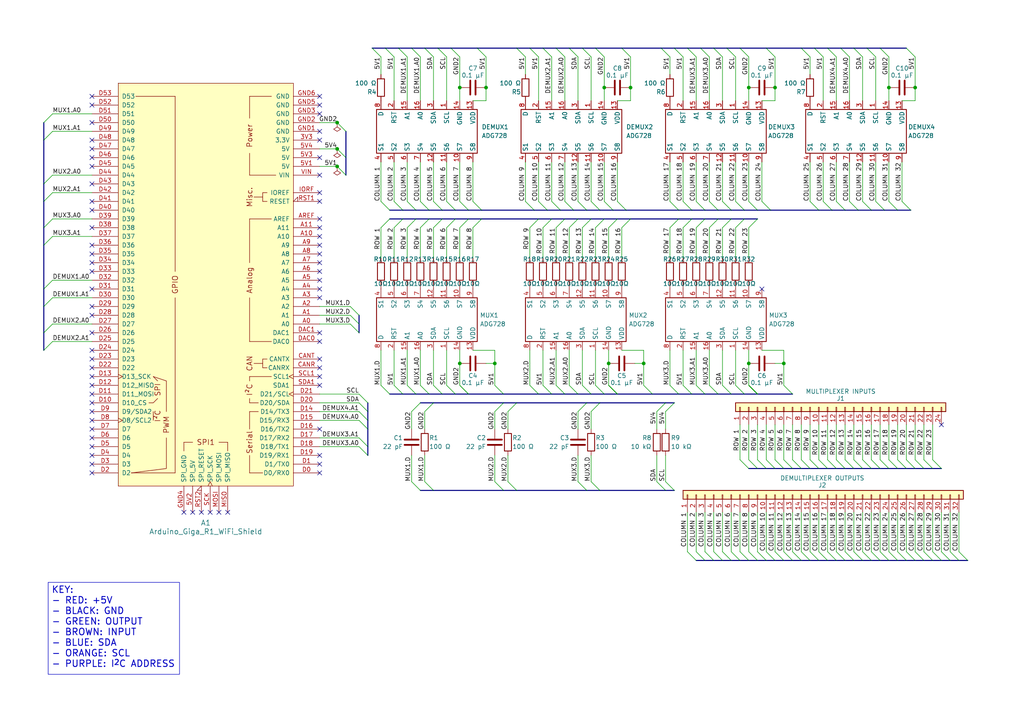
<source format=kicad_sch>
(kicad_sch (version 20250114) (generator "eeschema") (generator_version "9.0")
  (paper "A4")
  (title_block (title "Presure Pad Data Collection Circuit Schematic") (date "2025-07-07") (rev "7") (company "Cedars-Sinai Medical Center") (comment 1 "Computational Biomedicine") (comment 2 "Tatonetti Lab") (comment 3 "Research Lab Assistant I") (comment 4 "Alex Ahitov"))
  (bus_alias "Address" (members "MUX1.A0" "MUX1.A1" "MUX2.A0" "MUX2.A1" "MUX3.A0" "MUX3.A1" "DEMUX1.A0" "DEMUX1.A1" "DEMUX2.A0" "DEMUX2.A1" "DEMUX3.A0" "DEMUX3.A1" "DEMUX4.A0" "DEMUX4.A1"))
  (text_box "KEY:\n- RED: +5V\n- BLACK: GND\n- GREEN: OUTPUT\n- BROWN: INPUT\n- BLUE: SDA\n- ORANGE: SCL\n- PURPLE: I^{2}C ADDRESS" (exclude_from_sim yes) (at 13.97 168.91 0) (size 38.1 26.67) (margins 0.9525 0.9525 0.9525 0.9525) (effects (font (size 1.905 1.905) (thickness 0.254) (bold yes)) (justify left top)))
  (junction (at 97.79 43.18))
  (junction (at 133.35 105.41))
  (junction (at 182.88 25.4))
  (junction (at 186.69 105.41))
  (junction (at 143.51 105.41))
  (junction (at 224.79 25.4))
  (junction (at 97.79 35.56))
  (junction (at 257.81 25.4))
  (junction (at 265.43 25.4))
  (junction (at 133.35 25.4))
  (junction (at 176.53 105.41))
  (junction (at 227.33 105.41))
  (junction (at 140.97 25.4))
  (junction (at 97.79 48.26))
  (junction (at 217.17 25.4))
  (junction (at 217.17 105.41))
  (junction (at 175.26 25.4))
  (no_connect (at 26.67 60.96))
  (no_connect (at 92.71 106.68))
  (no_connect (at 26.67 35.56))
  (no_connect (at 66.04 148.59))
  (no_connect (at 26.67 132.08))
  (no_connect (at 26.67 124.46))
  (no_connect (at 92.71 86.36))
  (no_connect (at 92.71 76.2))
  (no_connect (at 92.71 134.62))
  (no_connect (at 26.67 116.84))
  (no_connect (at 58.42 148.59))
  (no_connect (at 26.67 43.18))
  (no_connect (at 92.71 109.22))
  (no_connect (at 92.71 99.06))
  (no_connect (at 26.67 30.48))
  (no_connect (at 92.71 81.28))
  (no_connect (at 26.67 66.04))
  (no_connect (at 92.71 73.66))
  (no_connect (at 92.71 68.58))
  (no_connect (at 26.67 137.16))
  (no_connect (at 26.67 109.22))
  (no_connect (at 92.71 58.42))
  (no_connect (at 26.67 106.68))
  (no_connect (at 26.67 114.3))
  (no_connect (at 92.71 40.64))
  (no_connect (at 92.71 55.88))
  (no_connect (at 92.71 111.76))
  (no_connect (at 92.71 30.48))
  (no_connect (at 26.67 83.82))
  (no_connect (at 26.67 96.52))
  (no_connect (at 92.71 96.52))
  (no_connect (at 26.67 104.14))
  (no_connect (at 92.71 63.5))
  (no_connect (at 26.67 58.42))
  (no_connect (at 92.71 33.02))
  (no_connect (at 92.71 78.74))
  (no_connect (at 26.67 48.26))
  (no_connect (at 92.71 27.94))
  (no_connect (at 92.71 137.16))
  (no_connect (at 92.71 71.12))
  (no_connect (at 26.67 40.64))
  (no_connect (at 26.67 119.38))
  (no_connect (at 26.67 71.12))
  (no_connect (at 26.67 73.66))
  (no_connect (at 63.5 148.59))
  (no_connect (at 26.67 111.76))
  (no_connect (at 92.71 50.8))
  (no_connect (at 92.71 83.82))
  (no_connect (at 60.96 148.59))
  (no_connect (at 26.67 78.74))
  (no_connect (at 273.05 123.19))
  (no_connect (at 92.71 45.72))
  (no_connect (at 26.67 45.72))
  (no_connect (at 26.67 129.54))
  (no_connect (at 26.67 121.92))
  (no_connect (at 26.67 88.9))
  (no_connect (at 92.71 66.04))
  (no_connect (at 26.67 101.6))
  (no_connect (at 92.71 104.14))
  (no_connect (at 26.67 127))
  (no_connect (at 26.67 91.44))
  (no_connect (at 26.67 53.34))
  (no_connect (at 92.71 38.1))
  (no_connect (at 55.88 148.59))
  (no_connect (at 92.71 124.46))
  (no_connect (at 26.67 134.62))
  (no_connect (at 53.34 148.59))
  (no_connect (at 26.67 76.2))
  (no_connect (at 220.98 83.82))
  (no_connect (at 26.67 27.94))
  (no_connect (at 92.71 132.08))
  (bus_entry (at 200.66 63.5) (size -2.54 2.54))
  (bus_entry (at 171.45 114.3) (size -2.54 -2.54))
  (bus_entry (at 160.02 63.5) (size -2.54 2.54))
  (bus_entry (at 245.11 133.35) (size 2.54 2.54))
  (bus_entry (at 248.92 60.96) (size -2.54 -2.54))
  (bus_entry (at 113.03 114.3) (size -2.54 -2.54))
  (bus_entry (at 247.65 13.97) (size 2.54 2.54))
  (bus_entry (at 214.63 162.56) (size -2.54 -2.54))
  (bus_entry (at 179.07 114.3) (size -2.54 -2.54))
  (bus_entry (at 179.07 114.3) (size -2.54 -2.54))
  (bus_entry (at 171.45 139.7) (size 2.54 2.54))
  (bus_entry (at 204.47 60.96) (size -2.54 -2.54))
  (bus_entry (at 182.88 63.5) (size -2.54 2.54))
  (bus_entry (at 132.08 114.3) (size -2.54 -2.54))
  (bus_entry (at 100.33 50.8) (size -2.54 -2.54))
  (bus_entry (at 196.85 63.5) (size -2.54 2.54))
  (bus_entry (at 139.7 63.5) (size -2.54 2.54))
  (bus_entry (at 124.46 60.96) (size -2.54 -2.54))
  (bus_entry (at 149.86 116.84) (size -2.54 2.54))
  (bus_entry (at 232.41 133.35) (size 2.54 2.54))
  (bus_entry (at 234.95 162.56) (size -2.54 -2.54))
  (bus_entry (at 241.3 60.96) (size -2.54 -2.54))
  (bus_entry (at 267.97 133.35) (size 2.54 2.54))
  (bus_entry (at 106.68 129.54) (size -2.54 -2.54))
  (bus_entry (at 251.46 13.97) (size 2.54 2.54))
  (bus_entry (at 278.13 162.56) (size -2.54 -2.54))
  (bus_entry (at 121.92 116.84) (size -2.54 2.54))
  (bus_entry (at 207.01 162.56) (size -2.54 -2.54))
  (bus_entry (at 12.7 58.42) (size 2.54 -2.54))
  (bus_entry (at 240.03 162.56) (size -2.54 -2.54))
  (bus_entry (at 219.71 60.96) (size -2.54 -2.54))
  (bus_entry (at 130.81 13.97) (size 2.54 2.54))
  (bus_entry (at 147.32 139.7) (size 2.54 2.54))
  (bus_entry (at 120.65 114.3) (size -2.54 -2.54))
  (bus_entry (at 143.51 139.7) (size 2.54 2.54))
  (bus_entry (at 175.26 63.5) (size -2.54 2.54))
  (bus_entry (at 12.7 88.9) (size 2.54 -2.54))
  (bus_entry (at 219.71 133.35) (size 2.54 2.54))
  (bus_entry (at 160.02 114.3) (size -2.54 -2.54))
  (bus_entry (at 170.18 116.84) (size -2.54 2.54))
  (bus_entry (at 12.7 66.04) (size 2.54 -2.54))
  (bus_entry (at 262.89 133.35) (size 2.54 2.54))
  (bus_entry (at 245.11 162.56) (size -2.54 -2.54))
  (bus_entry (at 173.99 116.84) (size -2.54 2.54))
  (bus_entry (at 195.58 13.97) (size 2.54 2.54))
  (bus_entry (at 250.19 162.56) (size -2.54 -2.54))
  (bus_entry (at 171.45 63.5) (size -2.54 2.54))
  (bus_entry (at 219.71 114.3) (size -2.54 -2.54))
  (bus_entry (at 200.66 60.96) (size -2.54 -2.54))
  (bus_entry (at 201.93 162.56) (size -2.54 -2.54))
  (bus_entry (at 146.05 114.3) (size -2.54 -2.54))
  (bus_entry (at 255.27 13.97) (size 2.54 2.54))
  (bus_entry (at 107.95 13.97) (size 2.54 2.54))
  (bus_entry (at 123.19 13.97) (size 2.54 2.54))
  (bus_entry (at 219.71 114.3) (size -2.54 -2.54))
  (bus_entry (at 135.89 60.96) (size -2.54 -2.54))
  (bus_entry (at 139.7 60.96) (size -2.54 -2.54))
  (bus_entry (at 212.09 114.3) (size -2.54 -2.54))
  (bus_entry (at 165.1 13.97) (size 2.54 2.54))
  (bus_entry (at 146.05 116.84) (size -2.54 2.54))
  (bus_entry (at 219.71 63.5) (size -2.54 2.54))
  (bus_entry (at 222.25 162.56) (size -2.54 -2.54))
  (bus_entry (at 12.7 101.6) (size 2.54 -2.54))
  (bus_entry (at 267.97 162.56) (size -2.54 -2.54))
  (bus_entry (at 222.25 13.97) (size 2.54 2.54))
  (bus_entry (at 170.18 60.96) (size -2.54 -2.54))
  (bus_entry (at 203.2 13.97) (size 2.54 2.54))
  (bus_entry (at 222.25 133.35) (size 2.54 2.54))
  (bus_entry (at 190.5 139.7) (size 2.54 2.54))
  (bus_entry (at 123.19 139.7) (size 2.54 2.54))
  (bus_entry (at 212.09 60.96) (size -2.54 -2.54))
  (bus_entry (at 104.14 91.44) (size -2.54 -2.54))
  (bus_entry (at 193.04 116.84) (size -2.54 2.54))
  (bus_entry (at 12.7 83.82) (size 2.54 -2.54))
  (bus_entry (at 252.73 133.35) (size 2.54 2.54))
  (bus_entry (at 200.66 114.3) (size -2.54 -2.54))
  (bus_entry (at 260.35 133.35) (size 2.54 2.54))
  (bus_entry (at 212.09 162.56) (size -2.54 -2.54))
  (bus_entry (at 229.87 162.56) (size -2.54 -2.54))
  (bus_entry (at 217.17 133.35) (size 2.54 2.54))
  (bus_entry (at 243.84 13.97) (size 2.54 2.54))
  (bus_entry (at 104.14 93.98) (size -2.54 -2.54))
  (bus_entry (at 162.56 60.96) (size -2.54 -2.54))
  (bus_entry (at 237.49 162.56) (size -2.54 -2.54))
  (bus_entry (at 173.99 60.96) (size -2.54 -2.54))
  (bus_entry (at 219.71 114.3) (size -2.54 -2.54))
  (bus_entry (at 168.91 13.97) (size 2.54 2.54))
  (bus_entry (at 12.7 71.12) (size 2.54 -2.54))
  (bus_entry (at 209.55 162.56) (size -2.54 -2.54))
  (bus_entry (at 100.33 45.72) (size -2.54 -2.54))
  (bus_entry (at 262.89 13.97) (size 2.54 2.54))
  (bus_entry (at 265.43 162.56) (size -2.54 -2.54))
  (bus_entry (at 255.27 162.56) (size -2.54 -2.54))
  (bus_entry (at 227.33 133.35) (size 2.54 2.54))
  (bus_entry (at 204.47 114.3) (size -2.54 -2.54))
  (bus_entry (at 106.68 132.08) (size -2.54 -2.54))
  (bus_entry (at 232.41 162.56) (size -2.54 -2.54))
  (bus_entry (at 116.84 114.3) (size -2.54 -2.54))
  (bus_entry (at 247.65 162.56) (size -2.54 -2.54))
  (bus_entry (at 224.79 162.56) (size -2.54 -2.54))
  (bus_entry (at 113.03 63.5) (size -2.54 2.54))
  (bus_entry (at 196.85 60.96) (size -2.54 -2.54))
  (bus_entry (at 135.89 63.5) (size -2.54 2.54))
  (bus_entry (at 156.21 63.5) (size -2.54 2.54))
  (bus_entry (at 265.43 133.35) (size 2.54 2.54))
  (bus_entry (at 256.54 60.96) (size -2.54 -2.54))
  (bus_entry (at 219.71 114.3) (size -2.54 -2.54))
  (bus_entry (at 280.67 162.56) (size -2.54 -2.54))
  (bus_entry (at 229.87 133.35) (size 2.54 2.54))
  (bus_entry (at 179.07 114.3) (size -2.54 -2.54))
  (bus_entry (at 149.86 13.97) (size 2.54 2.54))
  (bus_entry (at 163.83 114.3) (size -2.54 -2.54))
  (bus_entry (at 223.52 60.96) (size -2.54 -2.54))
  (bus_entry (at 275.59 162.56) (size -2.54 -2.54))
  (bus_entry (at 215.9 114.3) (size -2.54 -2.54))
  (bus_entry (at 166.37 60.96) (size -2.54 -2.54))
  (bus_entry (at 106.68 116.84) (size -2.54 -2.54))
  (bus_entry (at 132.08 60.96) (size -2.54 -2.54))
  (bus_entry (at 193.04 139.7) (size 2.54 2.54))
  (bus_entry (at 180.34 13.97) (size 2.54 2.54))
  (bus_entry (at 260.35 162.56) (size -2.54 -2.54))
  (bus_entry (at 179.07 114.3) (size -2.54 -2.54))
  (bus_entry (at 217.17 162.56) (size -2.54 -2.54))
  (bus_entry (at 270.51 162.56) (size -2.54 -2.54))
  (bus_entry (at 116.84 60.96) (size -2.54 -2.54))
  (bus_entry (at 229.87 114.3) (size -2.54 -2.54))
  (bus_entry (at 215.9 60.96) (size -2.54 -2.54))
  (bus_entry (at 120.65 60.96) (size -2.54 -2.54))
  (bus_entry (at 240.03 13.97) (size 2.54 2.54))
  (bus_entry (at 12.7 35.56) (size 2.54 -2.54))
  (bus_entry (at 247.65 133.35) (size 2.54 2.54))
  (bus_entry (at 119.38 13.97) (size 2.54 2.54))
  (bus_entry (at 153.67 13.97) (size 2.54 2.54))
  (bus_entry (at 106.68 124.46) (size -2.54 -2.54))
  (bus_entry (at 240.03 133.35) (size 2.54 2.54))
  (bus_entry (at 12.7 40.64) (size 2.54 -2.54))
  (bus_entry (at 232.41 13.97) (size 2.54 2.54))
  (bus_entry (at 100.33 38.1) (size -2.54 -2.54))
  (bus_entry (at 106.68 121.92) (size -2.54 -2.54))
  (bus_entry (at 115.57 13.97) (size 2.54 2.54))
  (bus_entry (at 236.22 13.97) (size 2.54 2.54))
  (bus_entry (at 208.28 60.96) (size -2.54 -2.54))
  (bus_entry (at 177.8 60.96) (size -2.54 -2.54))
  (bus_entry (at 12.7 53.34) (size 2.54 -2.54))
  (bus_entry (at 135.89 114.3) (size -2.54 -2.54))
  (bus_entry (at 204.47 63.5) (size -2.54 2.54))
  (bus_entry (at 273.05 162.56) (size -2.54 -2.54))
  (bus_entry (at 167.64 114.3) (size -2.54 -2.54))
  (bus_entry (at 128.27 63.5) (size -2.54 2.54))
  (bus_entry (at 260.35 60.96) (size -2.54 -2.54))
  (bus_entry (at 219.71 162.56) (size -2.54 -2.54))
  (bus_entry (at 204.47 162.56) (size -2.54 -2.54))
  (bus_entry (at 270.51 133.35) (size 2.54 2.54))
  (bus_entry (at 113.03 60.96) (size -2.54 -2.54))
  (bus_entry (at 128.27 114.3) (size -2.54 -2.54))
  (bus_entry (at 210.82 13.97) (size 2.54 2.54))
  (bus_entry (at 127 13.97) (size 2.54 2.54))
  (bus_entry (at 242.57 162.56) (size -2.54 -2.54))
  (bus_entry (at 257.81 133.35) (size 2.54 2.54))
  (bus_entry (at 154.94 60.96) (size -2.54 -2.54))
  (bus_entry (at 257.81 162.56) (size -2.54 -2.54))
  (bus_entry (at 219.71 114.3) (size -2.54 -2.54))
  (bus_entry (at 207.01 13.97) (size 2.54 2.54))
  (bus_entry (at 195.58 116.84) (size -2.54 2.54))
  (bus_entry (at 250.19 133.35) (size 2.54 2.54))
  (bus_entry (at 214.63 13.97) (size 2.54 2.54))
  (bus_entry (at 106.68 119.38) (size -2.54 -2.54))
  (bus_entry (at 234.95 133.35) (size 2.54 2.54))
  (bus_entry (at 181.61 60.96) (size -2.54 -2.54))
  (bus_entry (at 167.64 63.5) (size -2.54 2.54))
  (bus_entry (at 252.73 162.56) (size -2.54 -2.54))
  (bus_entry (at 132.08 63.5) (size -2.54 2.54))
  (bus_entry (at 264.16 60.96) (size -2.54 -2.54))
  (bus_entry (at 120.65 63.5) (size -2.54 2.54))
  (bus_entry (at 191.77 13.97) (size 2.54 2.54))
  (bus_entry (at 179.07 63.5) (size -2.54 2.54))
  (bus_entry (at 116.84 63.5) (size -2.54 2.54))
  (bus_entry (at 104.14 96.52) (size -2.54 -2.54))
  (bus_entry (at 262.89 162.56) (size -2.54 -2.54))
  (bus_entry (at 196.85 114.3) (size -2.54 -2.54))
  (bus_entry (at 237.49 60.96) (size -2.54 -2.54))
  (bus_entry (at 199.39 13.97) (size 2.54 2.54))
  (bus_entry (at 124.46 63.5) (size -2.54 2.54))
  (bus_entry (at 255.27 133.35) (size 2.54 2.54))
  (bus_entry (at 12.7 96.52) (size 2.54 -2.54))
  (bus_entry (at 224.79 133.35) (size 2.54 2.54))
  (bus_entry (at 245.11 60.96) (size -2.54 -2.54))
  (bus_entry (at 125.73 116.84) (size -2.54 2.54))
  (bus_entry (at 227.33 162.56) (size -2.54 -2.54))
  (bus_entry (at 252.73 60.96) (size -2.54 -2.54))
  (bus_entry (at 242.57 133.35) (size 2.54 2.54))
  (bus_entry (at 111.76 13.97) (size 2.54 2.54))
  (bus_entry (at 208.28 63.5) (size -2.54 2.54))
  (bus_entry (at 156.21 114.3) (size -2.54 -2.54))
  (bus_entry (at 167.64 139.7) (size 2.54 2.54))
  (bus_entry (at 135.89 114.3) (size -2.54 -2.54))
  (bus_entry (at 124.46 114.3) (size -2.54 -2.54))
  (bus_entry (at 208.28 114.3) (size -2.54 -2.54))
  (bus_entry (at 163.83 63.5) (size -2.54 2.54))
  (bus_entry (at 138.43 13.97) (size 2.54 2.54))
  (bus_entry (at 128.27 60.96) (size -2.54 -2.54))
  (bus_entry (at 212.09 63.5) (size -2.54 2.54))
  (bus_entry (at 157.48 13.97) (size 2.54 2.54))
  (bus_entry (at 161.29 13.97) (size 2.54 2.54))
  (bus_entry (at 214.63 133.35) (size 2.54 2.54))
  (bus_entry (at 158.75 60.96) (size -2.54 -2.54))
  (bus_entry (at 119.38 139.7) (size 2.54 2.54))
  (bus_entry (at 175.26 114.3) (size -2.54 -2.54))
  (bus_entry (at 189.23 114.3) (size -2.54 -2.54))
  (bus_entry (at 237.49 133.35) (size 2.54 2.54))
  (bus_entry (at 215.9 63.5) (size -2.54 2.54))
  (bus_entry (at 172.72 13.97) (size 2.54 2.54))
  (bus (pts (xy 224.79 135.89) (xy 227.33 135.89)))
  (wire (pts (xy 209.55 101.6) (xy 209.55 111.76)))
  (bus (pts (xy 234.95 135.89) (xy 237.49 135.89)))
  (wire (pts (xy 270.51 160.02) (xy 270.51 148.59)))
  (wire (pts (xy 168.91 82.55) (xy 168.91 83.82)) (stroke (width 0) (color 132 0 0 1)))
  (bus (pts (xy 212.09 63.5) (xy 215.9 63.5)))
  (bus (pts (xy 120.65 63.5) (xy 124.46 63.5)))
  (wire (pts (xy 118.11 46.99) (xy 118.11 58.42)))
  (bus (pts (xy 128.27 63.5) (xy 132.08 63.5)))
  (bus (pts (xy 127 13.97) (xy 130.81 13.97)))
  (wire (pts (xy 15.24 50.8) (xy 26.67 50.8)))
  (wire (pts (xy 125.73 46.99) (xy 125.73 58.42)))
  (wire (pts (xy 245.11 160.02) (xy 245.11 148.59)))
  (wire (pts (xy 219.71 160.02) (xy 219.71 148.59)))
  (wire (pts (xy 92.71 114.3) (xy 104.14 114.3)))
  (bus (pts (xy 168.91 13.97) (xy 172.72 13.97)))
  (wire (pts (xy 186.69 105.41) (xy 186.69 111.76)))
  (bus (pts (xy 107.95 13.97) (xy 111.76 13.97)))
  (bus (pts (xy 163.83 63.5) (xy 167.64 63.5)))
  (bus (pts (xy 12.7 53.34) (xy 12.7 58.42)))
  (wire (pts (xy 133.35 66.04) (xy 133.35 74.93)))
  (wire (pts (xy 175.26 25.4) (xy 175.26 29.21)))
  (bus (pts (xy 222.25 135.89) (xy 224.79 135.89)))
  (wire (pts (xy 217.17 66.04) (xy 217.17 74.93)))
  (bus (pts (xy 209.55 162.56) (xy 212.09 162.56)))
  (wire (pts (xy 194.31 101.6) (xy 194.31 111.76)))
  (wire (pts (xy 171.45 132.08) (xy 171.45 139.7)))
  (bus (pts (xy 135.89 114.3) (xy 146.05 114.3)))
  (wire (pts (xy 182.88 16.51) (xy 182.88 25.4)))
  (wire (pts (xy 201.93 160.02) (xy 201.93 148.59)))
  (wire (pts (xy 257.81 160.02) (xy 257.81 148.59)))
  (bus (pts (xy 200.66 114.3) (xy 204.47 114.3)))
  (bus (pts (xy 173.99 142.24) (xy 193.04 142.24)))
  (wire (pts (xy 143.51 105.41) (xy 143.51 111.76)))
  (wire (pts (xy 15.24 68.58) (xy 26.67 68.58)))
  (bus (pts (xy 245.11 162.56) (xy 247.65 162.56)))
  (bus (pts (xy 242.57 162.56) (xy 245.11 162.56)))
  (wire (pts (xy 160.02 46.99) (xy 160.02 58.42)))
  (wire (pts (xy 224.79 25.4) (xy 224.79 29.21)))
  (bus (pts (xy 200.66 63.5) (xy 204.47 63.5)))
  (wire (pts (xy 163.83 16.51) (xy 163.83 29.21)))
  (bus (pts (xy 130.81 13.97) (xy 138.43 13.97)))
  (bus (pts (xy 250.19 162.56) (xy 252.73 162.56)))
  (wire (pts (xy 121.92 82.55) (xy 121.92 83.82)) (stroke (width 0) (color 132 0 0 1)))
  (wire (pts (xy 227.33 105.41) (xy 227.33 111.76)))
  (bus (pts (xy 175.26 63.5) (xy 179.07 63.5)))
  (bus (pts (xy 128.27 60.96) (xy 132.08 60.96)))
  (wire (pts (xy 140.97 16.51) (xy 140.97 25.4)))
  (bus (pts (xy 106.68 119.38) (xy 106.68 121.92)))
  (wire (pts (xy 255.27 160.02) (xy 255.27 148.59)))
  (bus (pts (xy 237.49 162.56) (xy 240.03 162.56)))
  (wire (pts (xy 198.12 101.6) (xy 198.12 111.76)))
  (wire (pts (xy 224.79 105.41) (xy 227.33 105.41)))
  (wire (pts (xy 140.97 105.41) (xy 143.51 105.41)))
  (wire (pts (xy 217.17 82.55) (xy 217.17 83.82)) (stroke (width 0) (color 132 0 0 1)))
  (bus (pts (xy 100.33 45.72) (xy 100.33 50.8)))
  (bus (pts (xy 116.84 60.96) (xy 120.65 60.96)))
  (bus (pts (xy 167.64 114.3) (xy 171.45 114.3)))
  (bus (pts (xy 245.11 135.89) (xy 247.65 135.89)))
  (bus (pts (xy 12.7 83.82) (xy 12.7 88.9)))
  (wire (pts (xy 15.24 86.36) (xy 26.67 86.36)))
  (wire (pts (xy 140.97 25.4) (xy 140.97 29.21)))
  (bus (pts (xy 113.03 63.5) (xy 116.84 63.5)))
  (bus (pts (xy 273.05 162.56) (xy 275.59 162.56)))
  (bus (pts (xy 135.89 63.5) (xy 139.7 63.5)))
  (wire (pts (xy 234.95 46.99) (xy 234.95 58.42)))
  (bus (pts (xy 173.99 60.96) (xy 177.8 60.96)))
  (bus (pts (xy 210.82 13.97) (xy 214.63 13.97)))
  (bus (pts (xy 234.95 162.56) (xy 237.49 162.56)))
  (bus (pts (xy 149.86 142.24) (xy 170.18 142.24)))
  (bus (pts (xy 199.39 13.97) (xy 203.2 13.97)))
  (wire (pts (xy 201.93 82.55) (xy 201.93 83.82)) (stroke (width 0) (color 132 0 0 1)))
  (wire (pts (xy 275.59 160.02) (xy 275.59 148.59)))
  (bus (pts (xy 195.58 13.97) (xy 199.39 13.97)))
  (wire (pts (xy 201.93 66.04) (xy 201.93 74.93)))
  (wire (pts (xy 250.19 16.51) (xy 250.19 29.21)))
  (bus (pts (xy 207.01 13.97) (xy 210.82 13.97)))
  (bus (pts (xy 196.85 114.3) (xy 200.66 114.3)))
  (wire (pts (xy 257.81 46.99) (xy 257.81 58.42)))
  (bus (pts (xy 170.18 142.24) (xy 173.99 142.24)))
  (wire (pts (xy 260.35 160.02) (xy 260.35 148.59)))
  (wire (pts (xy 217.17 160.02) (xy 217.17 148.59)))
  (wire (pts (xy 171.45 119.38) (xy 171.45 124.46)))
  (wire (pts (xy 176.53 101.6) (xy 176.53 105.41)))
  (bus (pts (xy 180.34 13.97) (xy 191.77 13.97)))
  (bus (pts (xy 207.01 162.56) (xy 209.55 162.56)))
  (bus (pts (xy 172.72 13.97) (xy 180.34 13.97)))
  (wire (pts (xy 198.12 46.99) (xy 198.12 58.42)))
  (wire (pts (xy 133.35 82.55) (xy 133.35 83.82)) (stroke (width 0) (color 132 0 0 1)))
  (bus (pts (xy 232.41 13.97) (xy 236.22 13.97)))
  (bus (pts (xy 156.21 114.3) (xy 160.02 114.3)))
  (wire (pts (xy 222.25 160.02) (xy 222.25 148.59)))
  (bus (pts (xy 241.3 60.96) (xy 245.11 60.96)))
  (wire (pts (xy 265.43 16.51) (xy 265.43 25.4)))
  (wire (pts (xy 123.19 119.38) (xy 123.19 124.46)))
  (wire (pts (xy 114.3 16.51) (xy 114.3 29.21)))
  (wire (pts (xy 229.87 123.19) (xy 229.87 133.35)))
  (bus (pts (xy 149.86 116.84) (xy 170.18 116.84)))
  (bus (pts (xy 200.66 60.96) (xy 204.47 60.96)))
  (wire (pts (xy 205.74 46.99) (xy 205.74 58.42)))
  (wire (pts (xy 92.71 119.38) (xy 104.14 119.38)))
  (wire (pts (xy 227.33 101.6) (xy 227.33 105.41)))
  (bus (pts (xy 106.68 116.84) (xy 106.68 119.38)))
  (wire (pts (xy 227.33 160.02) (xy 227.33 148.59)))
  (wire (pts (xy 180.34 101.6) (xy 186.69 101.6)))
  (bus (pts (xy 123.19 13.97) (xy 127 13.97)))
  (wire (pts (xy 133.35 105.41) (xy 133.35 111.76)))
  (wire (pts (xy 198.12 82.55) (xy 198.12 83.82)) (stroke (width 0) (color 132 0 0 1)))
  (wire (pts (xy 217.17 105.41) (xy 217.17 111.76)))
  (bus (pts (xy 237.49 60.96) (xy 241.3 60.96)))
  (wire (pts (xy 179.07 46.99) (xy 179.07 58.42)))
  (wire (pts (xy 156.21 46.99) (xy 156.21 58.42)))
  (bus (pts (xy 106.68 129.54) (xy 106.68 132.08)))
  (bus (pts (xy 217.17 162.56) (xy 219.71 162.56)))
  (wire (pts (xy 92.71 127) (xy 104.14 127)))
  (wire (pts (xy 176.53 66.04) (xy 176.53 74.93)))
  (wire (pts (xy 114.3 46.99) (xy 114.3 58.42)))
  (bus (pts (xy 222.25 162.56) (xy 224.79 162.56)))
  (wire (pts (xy 242.57 160.02) (xy 242.57 148.59)))
  (wire (pts (xy 219.71 123.19) (xy 219.71 133.35)))
  (wire (pts (xy 250.19 160.02) (xy 250.19 148.59)))
  (wire (pts (xy 92.71 116.84) (xy 104.14 116.84)))
  (wire (pts (xy 205.74 101.6) (xy 205.74 111.76)))
  (bus (pts (xy 256.54 60.96) (xy 260.35 60.96)))
  (wire (pts (xy 92.71 91.44) (xy 101.6 91.44)))
  (bus (pts (xy 214.63 13.97) (xy 222.25 13.97)))
  (bus (pts (xy 181.61 60.96) (xy 196.85 60.96)))
  (wire (pts (xy 133.35 101.6) (xy 133.35 105.41)))
  (wire (pts (xy 213.36 101.6) (xy 213.36 111.76)))
  (wire (pts (xy 152.4 16.51) (xy 152.4 21.59)))
  (wire (pts (xy 143.51 119.38) (xy 143.51 124.46)))
  (bus (pts (xy 158.75 60.96) (xy 162.56 60.96)))
  (wire (pts (xy 137.16 46.99) (xy 137.16 58.42)))
  (wire (pts (xy 137.16 101.6) (xy 143.51 101.6)))
  (wire (pts (xy 171.45 46.99) (xy 171.45 58.42)))
  (wire (pts (xy 167.64 16.51) (xy 167.64 29.21)))
  (wire (pts (xy 213.36 46.99) (xy 213.36 58.42)))
  (wire (pts (xy 234.95 160.02) (xy 234.95 148.59)))
  (wire (pts (xy 161.29 82.55) (xy 161.29 83.82)) (stroke (width 0) (color 132 0 0 1)))
  (bus (pts (xy 146.05 114.3) (xy 156.21 114.3)))
  (wire (pts (xy 193.04 132.08) (xy 193.04 139.7)))
  (wire (pts (xy 125.73 101.6) (xy 125.73 111.76)))
  (bus (pts (xy 260.35 135.89) (xy 262.89 135.89)))
  (bus (pts (xy 208.28 60.96) (xy 212.09 60.96)))
  (wire (pts (xy 121.92 101.6) (xy 121.92 111.76)))
  (wire (pts (xy 209.55 66.04) (xy 209.55 74.93)))
  (bus (pts (xy 104.14 91.44) (xy 104.14 93.98)))
  (bus (pts (xy 166.37 60.96) (xy 170.18 60.96)))
  (wire (pts (xy 209.55 16.51) (xy 209.55 29.21)))
  (wire (pts (xy 265.43 123.19) (xy 265.43 133.35)))
  (bus (pts (xy 252.73 135.89) (xy 255.27 135.89)))
  (bus (pts (xy 262.89 135.89) (xy 265.43 135.89)))
  (bus (pts (xy 154.94 60.96) (xy 158.75 60.96)))
  (bus (pts (xy 252.73 162.56) (xy 255.27 162.56)))
  (bus (pts (xy 119.38 13.97) (xy 123.19 13.97)))
  (wire (pts (xy 125.73 66.04) (xy 125.73 74.93)))
  (wire (pts (xy 237.49 123.19) (xy 237.49 133.35)))
  (wire (pts (xy 234.95 16.51) (xy 234.95 21.59)))
  (bus (pts (xy 247.65 162.56) (xy 250.19 162.56)))
  (bus (pts (xy 191.77 13.97) (xy 195.58 13.97)))
  (wire (pts (xy 129.54 46.99) (xy 129.54 58.42)))
  (wire (pts (xy 153.67 66.04) (xy 153.67 74.93)))
  (wire (pts (xy 15.24 55.88) (xy 26.67 55.88)))
  (wire (pts (xy 261.62 46.99) (xy 261.62 58.42)))
  (wire (pts (xy 205.74 16.51) (xy 205.74 29.21)))
  (wire (pts (xy 220.98 46.99) (xy 220.98 58.42)))
  (bus (pts (xy 243.84 13.97) (xy 247.65 13.97)))
  (bus (pts (xy 193.04 116.84) (xy 195.58 116.84)))
  (wire (pts (xy 262.89 160.02) (xy 262.89 148.59)))
  (bus (pts (xy 132.08 63.5) (xy 135.89 63.5)))
  (wire (pts (xy 92.71 129.54) (xy 104.14 129.54)))
  (bus (pts (xy 146.05 116.84) (xy 149.86 116.84)))
  (wire (pts (xy 167.64 46.99) (xy 167.64 58.42)))
  (bus (pts (xy 132.08 60.96) (xy 135.89 60.96)))
  (wire (pts (xy 168.91 66.04) (xy 168.91 74.93)))
  (wire (pts (xy 250.19 123.19) (xy 250.19 133.35)))
  (bus (pts (xy 128.27 114.3) (xy 132.08 114.3)))
  (bus (pts (xy 250.19 135.89) (xy 252.73 135.89)))
  (wire (pts (xy 167.64 132.08) (xy 167.64 139.7)))
  (wire (pts (xy 246.38 46.99) (xy 246.38 58.42)))
  (wire (pts (xy 257.81 25.4) (xy 257.81 29.21)))
  (wire (pts (xy 15.24 63.5) (xy 26.67 63.5)))
  (bus (pts (xy 208.28 114.3) (xy 212.09 114.3)))
  (bus (pts (xy 215.9 63.5) (xy 219.71 63.5)))
  (wire (pts (xy 123.19 132.08) (xy 123.19 139.7)))
  (bus (pts (xy 146.05 142.24) (xy 149.86 142.24)))
  (wire (pts (xy 255.27 123.19) (xy 255.27 133.35)))
  (bus (pts (xy 237.49 135.89) (xy 240.03 135.89)))
  (wire (pts (xy 217.17 46.99) (xy 217.17 58.42)))
  (bus (pts (xy 217.17 135.89) (xy 219.71 135.89)))
  (wire (pts (xy 227.33 123.19) (xy 227.33 133.35)))
  (bus (pts (xy 262.89 162.56) (xy 265.43 162.56)))
  (wire (pts (xy 110.49 101.6) (xy 110.49 111.76)))
  (wire (pts (xy 193.04 119.38) (xy 193.04 124.46)))
  (bus (pts (xy 135.89 60.96) (xy 139.7 60.96)))
  (bus (pts (xy 223.52 60.96) (xy 237.49 60.96)))
  (wire (pts (xy 217.17 25.4) (xy 217.17 29.21)))
  (bus (pts (xy 267.97 135.89) (xy 270.51 135.89)))
  (wire (pts (xy 110.49 16.51) (xy 110.49 21.59)))
  (bus (pts (xy 149.86 13.97) (xy 153.67 13.97)))
  (wire (pts (xy 179.07 29.21) (xy 182.88 29.21)))
  (wire (pts (xy 121.92 16.51) (xy 121.92 29.21)))
  (wire (pts (xy 156.21 16.51) (xy 156.21 29.21)))
  (bus (pts (xy 247.65 13.97) (xy 251.46 13.97)))
  (wire (pts (xy 176.53 82.55) (xy 176.53 83.82)) (stroke (width 0) (color 132 0 0 1)))
  (wire (pts (xy 92.71 93.98) (xy 101.6 93.98)))
  (wire (pts (xy 172.72 101.6) (xy 172.72 111.76)))
  (wire (pts (xy 153.67 101.6) (xy 153.67 111.76)))
  (wire (pts (xy 157.48 82.55) (xy 157.48 83.82)) (stroke (width 0) (color 132 0 0 1)))
  (wire (pts (xy 220.98 29.21) (xy 224.79 29.21)))
  (bus (pts (xy 267.97 162.56) (xy 270.51 162.56)))
  (wire (pts (xy 129.54 16.51) (xy 129.54 29.21)))
  (bus (pts (xy 160.02 63.5) (xy 163.83 63.5)))
  (bus (pts (xy 116.84 63.5) (xy 120.65 63.5)))
  (bus (pts (xy 111.76 13.97) (xy 115.57 13.97)))
  (wire (pts (xy 186.69 101.6) (xy 186.69 105.41)))
  (wire (pts (xy 118.11 66.04) (xy 118.11 74.93)))
  (bus (pts (xy 227.33 162.56) (xy 229.87 162.56)))
  (bus (pts (xy 229.87 162.56) (xy 232.41 162.56)))
  (bus (pts (xy 193.04 142.24) (xy 195.58 142.24)))
  (wire (pts (xy 194.31 82.55) (xy 194.31 83.82)) (stroke (width 0) (color 132 0 0 1)))
  (wire (pts (xy 163.83 46.99) (xy 163.83 58.42)))
  (wire (pts (xy 254 46.99) (xy 254 58.42)))
  (wire (pts (xy 220.98 101.6) (xy 227.33 101.6)))
  (wire (pts (xy 213.36 82.55) (xy 213.36 83.82)) (stroke (width 0) (color 132 0 0 1)))
  (bus (pts (xy 171.45 114.3) (xy 175.26 114.3)))
  (wire (pts (xy 232.41 160.02) (xy 232.41 148.59)))
  (wire (pts (xy 209.55 160.02) (xy 209.55 148.59)))
  (bus (pts (xy 116.84 114.3) (xy 120.65 114.3)))
  (bus (pts (xy 204.47 60.96) (xy 208.28 60.96)))
  (bus (pts (xy 196.85 60.96) (xy 200.66 60.96)))
  (wire (pts (xy 224.79 123.19) (xy 224.79 133.35)))
  (wire (pts (xy 92.71 48.26) (xy 97.79 48.26)))
  (wire (pts (xy 198.12 66.04) (xy 198.12 74.93)))
  (wire (pts (xy 278.13 160.02) (xy 278.13 148.59)))
  (wire (pts (xy 222.25 123.19) (xy 222.25 133.35)))
  (wire (pts (xy 194.31 66.04) (xy 194.31 74.93)))
  (wire (pts (xy 247.65 160.02) (xy 247.65 148.59)))
  (bus (pts (xy 227.33 135.89) (xy 229.87 135.89)))
  (wire (pts (xy 180.34 66.04) (xy 180.34 74.93)))
  (wire (pts (xy 110.49 82.55) (xy 110.49 83.82)) (stroke (width 0) (color 132 0 0 1)))
  (wire (pts (xy 194.31 16.51) (xy 194.31 21.59)))
  (wire (pts (xy 273.05 160.02) (xy 273.05 148.59)))
  (bus (pts (xy 208.28 63.5) (xy 212.09 63.5)))
  (bus (pts (xy 12.7 96.52) (xy 12.7 101.6)))
  (wire (pts (xy 171.45 16.51) (xy 171.45 29.21)))
  (bus (pts (xy 12.7 40.64) (xy 12.7 53.34)))
  (wire (pts (xy 147.32 132.08) (xy 147.32 139.7)))
  (wire (pts (xy 110.49 46.99) (xy 110.49 58.42)))
  (wire (pts (xy 15.24 99.06) (xy 26.67 99.06)))
  (wire (pts (xy 257.81 123.19) (xy 257.81 133.35)))
  (wire (pts (xy 175.26 16.51) (xy 175.26 25.4)))
  (bus (pts (xy 163.83 114.3) (xy 167.64 114.3)))
  (wire (pts (xy 157.48 66.04) (xy 157.48 74.93)))
  (wire (pts (xy 204.47 160.02) (xy 204.47 148.59)))
  (wire (pts (xy 199.39 160.02) (xy 199.39 148.59)))
  (bus (pts (xy 270.51 162.56) (xy 273.05 162.56)))
  (bus (pts (xy 251.46 13.97) (xy 255.27 13.97)))
  (wire (pts (xy 114.3 66.04) (xy 114.3 74.93)))
  (wire (pts (xy 175.26 46.99) (xy 175.26 58.42)))
  (wire (pts (xy 242.57 46.99) (xy 242.57 58.42)))
  (wire (pts (xy 224.79 160.02) (xy 224.79 148.59)))
  (bus (pts (xy 229.87 135.89) (xy 232.41 135.89)))
  (bus (pts (xy 278.13 162.56) (xy 280.67 162.56)))
  (wire (pts (xy 262.89 123.19) (xy 262.89 133.35)))
  (wire (pts (xy 209.55 82.55) (xy 209.55 83.82)) (stroke (width 0) (color 132 0 0 1)))
  (bus (pts (xy 240.03 13.97) (xy 243.84 13.97)))
  (bus (pts (xy 153.67 13.97) (xy 157.48 13.97)))
  (bus (pts (xy 124.46 60.96) (xy 128.27 60.96)))
  (bus (pts (xy 255.27 13.97) (xy 262.89 13.97)))
  (bus (pts (xy 162.56 60.96) (xy 166.37 60.96)))
  (bus (pts (xy 236.22 13.97) (xy 240.03 13.97)))
  (bus (pts (xy 215.9 114.3) (xy 219.71 114.3)))
  (wire (pts (xy 118.11 16.51) (xy 118.11 29.21)))
  (wire (pts (xy 267.97 160.02) (xy 267.97 148.59)))
  (wire (pts (xy 209.55 46.99) (xy 209.55 58.42)))
  (wire (pts (xy 114.3 101.6) (xy 114.3 111.76)))
  (wire (pts (xy 240.03 160.02) (xy 240.03 148.59)))
  (wire (pts (xy 133.35 16.51) (xy 133.35 25.4)))
  (wire (pts (xy 92.71 121.92) (xy 104.14 121.92)))
  (wire (pts (xy 118.11 82.55) (xy 118.11 83.82)) (stroke (width 0) (color 132 0 0 1)))
  (bus (pts (xy 245.11 60.96) (xy 248.92 60.96)))
  (bus (pts (xy 212.09 162.56) (xy 214.63 162.56)))
  (bus (pts (xy 260.35 162.56) (xy 262.89 162.56)))
  (wire (pts (xy 160.02 16.51) (xy 160.02 29.21)))
  (wire (pts (xy 143.51 101.6) (xy 143.51 105.41)))
  (wire (pts (xy 165.1 101.6) (xy 165.1 111.76)))
  (wire (pts (xy 214.63 160.02) (xy 214.63 148.59)))
  (bus (pts (xy 121.92 116.84) (xy 125.73 116.84)))
  (bus (pts (xy 255.27 162.56) (xy 257.81 162.56)))
  (wire (pts (xy 247.65 123.19) (xy 247.65 133.35)))
  (wire (pts (xy 129.54 101.6) (xy 129.54 111.76)))
  (wire (pts (xy 172.72 66.04) (xy 172.72 74.93)))
  (wire (pts (xy 254 16.51) (xy 254 29.21)))
  (bus (pts (xy 170.18 116.84) (xy 173.99 116.84)))
  (bus (pts (xy 257.81 135.89) (xy 260.35 135.89)))
  (bus (pts (xy 240.03 162.56) (xy 242.57 162.56)))
  (wire (pts (xy 261.62 29.21) (xy 265.43 29.21)))
  (wire (pts (xy 190.5 119.38) (xy 190.5 124.46)))
  (bus (pts (xy 125.73 116.84) (xy 146.05 116.84)))
  (bus (pts (xy 196.85 63.5) (xy 200.66 63.5)))
  (wire (pts (xy 234.95 123.19) (xy 234.95 133.35)))
  (wire (pts (xy 110.49 66.04) (xy 110.49 74.93)))
  (wire (pts (xy 167.64 119.38) (xy 167.64 124.46)))
  (bus (pts (xy 214.63 162.56) (xy 217.17 162.56)))
  (bus (pts (xy 12.7 66.04) (xy 12.7 71.12)))
  (wire (pts (xy 232.41 123.19) (xy 232.41 133.35)))
  (wire (pts (xy 242.57 123.19) (xy 242.57 133.35)))
  (wire (pts (xy 213.36 16.51) (xy 213.36 29.21)))
  (bus (pts (xy 204.47 114.3) (xy 208.28 114.3)))
  (wire (pts (xy 190.5 132.08) (xy 190.5 139.7)))
  (bus (pts (xy 179.07 63.5) (xy 182.88 63.5)))
  (bus (pts (xy 265.43 162.56) (xy 267.97 162.56)))
  (bus (pts (xy 100.33 38.1) (xy 100.33 45.72)))
  (wire (pts (xy 129.54 66.04) (xy 129.54 74.93)))
  (wire (pts (xy 165.1 66.04) (xy 165.1 74.93)))
  (bus (pts (xy 255.27 135.89) (xy 257.81 135.89)))
  (wire (pts (xy 201.93 101.6) (xy 201.93 111.76)))
  (wire (pts (xy 15.24 38.1) (xy 26.67 38.1)))
  (wire (pts (xy 229.87 160.02) (xy 229.87 148.59)))
  (wire (pts (xy 184.15 105.41) (xy 186.69 105.41)))
  (bus (pts (xy 219.71 60.96) (xy 223.52 60.96)))
  (wire (pts (xy 205.74 66.04) (xy 205.74 74.93)))
  (wire (pts (xy 157.48 101.6) (xy 157.48 111.76)))
  (wire (pts (xy 201.93 16.51) (xy 201.93 29.21)))
  (wire (pts (xy 238.76 46.99) (xy 238.76 58.42)))
  (wire (pts (xy 212.09 160.02) (xy 212.09 148.59)))
  (bus (pts (xy 248.92 60.96) (xy 252.73 60.96)))
  (bus (pts (xy 12.7 88.9) (xy 12.7 96.52)))
  (bus (pts (xy 113.03 114.3) (xy 116.84 114.3)))
  (bus (pts (xy 139.7 60.96) (xy 154.94 60.96)))
  (wire (pts (xy 240.03 123.19) (xy 240.03 133.35)))
  (bus (pts (xy 257.81 162.56) (xy 260.35 162.56)))
  (wire (pts (xy 137.16 66.04) (xy 137.16 74.93)))
  (wire (pts (xy 129.54 82.55) (xy 129.54 83.82)) (stroke (width 0) (color 132 0 0 1)))
  (wire (pts (xy 161.29 66.04) (xy 161.29 74.93)))
  (wire (pts (xy 92.71 88.9) (xy 101.6 88.9)))
  (wire (pts (xy 270.51 123.19) (xy 270.51 133.35)))
  (bus (pts (xy 121.92 142.24) (xy 125.73 142.24)))
  (wire (pts (xy 147.32 119.38) (xy 147.32 124.46)))
  (bus (pts (xy 104.14 93.98) (xy 104.14 96.52)))
  (wire (pts (xy 237.49 160.02) (xy 237.49 148.59)))
  (wire (pts (xy 119.38 119.38) (xy 119.38 124.46)))
  (wire (pts (xy 119.38 132.08) (xy 119.38 139.7)))
  (wire (pts (xy 217.17 16.51) (xy 217.17 25.4)))
  (wire (pts (xy 125.73 16.51) (xy 125.73 29.21)))
  (wire (pts (xy 172.72 82.55) (xy 172.72 83.82)) (stroke (width 0) (color 132 0 0 1)))
  (bus (pts (xy 12.7 58.42) (xy 12.7 66.04)))
  (bus (pts (xy 171.45 63.5) (xy 175.26 63.5)))
  (wire (pts (xy 205.74 82.55) (xy 205.74 83.82)) (stroke (width 0) (color 132 0 0 1)))
  (bus (pts (xy 139.7 63.5) (xy 156.21 63.5)))
  (wire (pts (xy 238.76 16.51) (xy 238.76 29.21)))
  (bus (pts (xy 204.47 63.5) (xy 208.28 63.5)))
  (wire (pts (xy 121.92 46.99) (xy 121.92 58.42)))
  (bus (pts (xy 203.2 13.97) (xy 207.01 13.97)))
  (wire (pts (xy 137.16 82.55) (xy 137.16 83.82)) (stroke (width 0) (color 132 0 0 1)))
  (bus (pts (xy 224.79 162.56) (xy 227.33 162.56)))
  (bus (pts (xy 138.43 13.97) (xy 149.86 13.97)))
  (bus (pts (xy 120.65 114.3) (xy 124.46 114.3)))
  (bus (pts (xy 156.21 63.5) (xy 160.02 63.5)))
  (bus (pts (xy 161.29 13.97) (xy 165.1 13.97)))
  (wire (pts (xy 252.73 160.02) (xy 252.73 148.59)))
  (bus (pts (xy 167.64 63.5) (xy 171.45 63.5)))
  (bus (pts (xy 173.99 116.84) (xy 193.04 116.84)))
  (bus (pts (xy 120.65 60.96) (xy 124.46 60.96)))
  (wire (pts (xy 180.34 82.55) (xy 180.34 83.82)) (stroke (width 0) (color 132 0 0 1)))
  (wire (pts (xy 201.93 46.99) (xy 201.93 58.42)))
  (bus (pts (xy 219.71 162.56) (xy 222.25 162.56)))
  (wire (pts (xy 250.19 46.99) (xy 250.19 58.42)))
  (wire (pts (xy 267.97 123.19) (xy 267.97 133.35)))
  (bus (pts (xy 270.51 135.89) (xy 273.05 135.89)))
  (bus (pts (xy 175.26 114.3) (xy 179.07 114.3)))
  (bus (pts (xy 252.73 60.96) (xy 256.54 60.96)))
  (wire (pts (xy 245.11 123.19) (xy 245.11 133.35)))
  (bus (pts (xy 232.41 162.56) (xy 234.95 162.56)))
  (bus (pts (xy 189.23 114.3) (xy 196.85 114.3)))
  (wire (pts (xy 265.43 25.4) (xy 265.43 29.21)))
  (wire (pts (xy 165.1 82.55) (xy 165.1 83.82)) (stroke (width 0) (color 132 0 0 1)))
  (wire (pts (xy 257.81 16.51) (xy 257.81 25.4)))
  (bus (pts (xy 201.93 162.56) (xy 204.47 162.56)))
  (wire (pts (xy 217.17 101.6) (xy 217.17 105.41)))
  (bus (pts (xy 125.73 142.24) (xy 146.05 142.24)))
  (wire (pts (xy 242.57 16.51) (xy 242.57 29.21)))
  (wire (pts (xy 125.73 82.55) (xy 125.73 83.82)) (stroke (width 0) (color 132 0 0 1)))
  (bus (pts (xy 242.57 135.89) (xy 245.11 135.89)))
  (bus (pts (xy 204.47 162.56) (xy 207.01 162.56)))
  (wire (pts (xy 182.88 25.4) (xy 182.88 29.21)))
  (bus (pts (xy 212.09 114.3) (xy 215.9 114.3)))
  (wire (pts (xy 224.79 16.51) (xy 224.79 25.4)))
  (wire (pts (xy 92.71 43.18) (xy 97.79 43.18)))
  (bus (pts (xy 124.46 63.5) (xy 128.27 63.5)))
  (bus (pts (xy 177.8 60.96) (xy 181.61 60.96)))
  (wire (pts (xy 153.67 82.55) (xy 153.67 83.82)) (stroke (width 0) (color 132 0 0 1)))
  (bus (pts (xy 165.1 13.97) (xy 168.91 13.97)))
  (wire (pts (xy 176.53 105.41) (xy 176.53 111.76)))
  (bus (pts (xy 132.08 114.3) (xy 135.89 114.3)))
  (bus (pts (xy 219.71 114.3) (xy 229.87 114.3)))
  (wire (pts (xy 198.12 16.51) (xy 198.12 29.21)))
  (wire (pts (xy 260.35 123.19) (xy 260.35 133.35)))
  (wire (pts (xy 15.24 33.02) (xy 26.67 33.02)))
  (bus (pts (xy 232.41 135.89) (xy 234.95 135.89)))
  (bus (pts (xy 222.25 13.97) (xy 232.41 13.97)))
  (wire (pts (xy 133.35 25.4) (xy 133.35 29.21)))
  (wire (pts (xy 168.91 101.6) (xy 168.91 111.76)))
  (bus (pts (xy 170.18 60.96) (xy 173.99 60.96)))
  (bus (pts (xy 265.43 135.89) (xy 267.97 135.89)))
  (bus (pts (xy 179.07 114.3) (xy 189.23 114.3)))
  (wire (pts (xy 207.01 160.02) (xy 207.01 148.59)))
  (wire (pts (xy 252.73 123.19) (xy 252.73 133.35)))
  (wire (pts (xy 265.43 160.02) (xy 265.43 148.59)))
  (bus (pts (xy 247.65 135.89) (xy 250.19 135.89)))
  (wire (pts (xy 213.36 66.04) (xy 213.36 74.93)))
  (wire (pts (xy 92.71 35.56) (xy 97.79 35.56)))
  (bus (pts (xy 182.88 63.5) (xy 196.85 63.5)))
  (bus (pts (xy 124.46 114.3) (xy 128.27 114.3)))
  (bus (pts (xy 219.71 135.89) (xy 222.25 135.89)))
  (wire (pts (xy 114.3 82.55) (xy 114.3 83.82)) (stroke (width 0) (color 132 0 0 1)))
  (bus (pts (xy 115.57 13.97) (xy 119.38 13.97)))
  (wire (pts (xy 217.17 123.19) (xy 217.17 133.35)))
  (wire (pts (xy 152.4 46.99) (xy 152.4 58.42)))
  (bus (pts (xy 113.03 60.96) (xy 116.84 60.96)))
  (wire (pts (xy 121.92 66.04) (xy 121.92 74.93)))
  (wire (pts (xy 133.35 46.99) (xy 133.35 58.42)))
  (wire (pts (xy 15.24 81.28) (xy 26.67 81.28)))
  (wire (pts (xy 194.31 46.99) (xy 194.31 58.42)))
  (wire (pts (xy 15.24 93.98) (xy 26.67 93.98)))
  (bus (pts (xy 106.68 121.92) (xy 106.68 124.46)))
  (bus (pts (xy 106.68 124.46) (xy 106.68 129.54)))
  (bus (pts (xy 12.7 35.56) (xy 12.7 40.64)))
  (bus (pts (xy 157.48 13.97) (xy 161.29 13.97)))
  (bus (pts (xy 12.7 71.12) (xy 12.7 83.82)))
  (bus (pts (xy 260.35 60.96) (xy 264.16 60.96)))
  (wire (pts (xy 214.63 123.19) (xy 214.63 133.35)))
  (wire (pts (xy 137.16 29.21) (xy 140.97 29.21)))
  (bus (pts (xy 215.9 60.96) (xy 219.71 60.96)))
  (wire (pts (xy 246.38 16.51) (xy 246.38 29.21)))
  (wire (pts (xy 118.11 101.6) (xy 118.11 111.76)))
  (bus (pts (xy 240.03 135.89) (xy 242.57 135.89)))
  (bus (pts (xy 275.59 162.56) (xy 278.13 162.56)))
  (bus (pts (xy 160.02 114.3) (xy 163.83 114.3)))
  (wire (pts (xy 143.51 132.08) (xy 143.51 139.7)))
  (wire (pts (xy 161.29 101.6) (xy 161.29 111.76)))
  (bus (pts (xy 212.09 60.96) (xy 215.9 60.96)))
  (label "ROW 3" (at 118.11 66.04 270) (property "Netclass" "INPUT" (effects (hide yes))))
  (label "GND2" (at 133.35 111.76 90))
  (label "DEMUX1.A1" (at 15.24 86.36 0))
  (label "5V1" (at 224.79 16.51 270))
  (label "MUX2.D" (at 153.67 111.76 90) (property "Netclass" "OUTPUT" (effects (hide yes))))
  (label "COLUMN 16" (at 237.49 148.59 270) (property "Netclass" "OUTPUT" (effects (hide yes))))
  (label "COLUMN 24" (at 220.98 58.42 90) (property "Netclass" "OUTPUT" (effects (hide yes))))
  (label "ROW 12" (at 242.57 124.46 270) (property "Netclass" "INPUT" (effects (hide yes))))
  (label "5V1" (at 238.76 16.51 270))
  (label "ROW 18" (at 198.12 66.04 270) (property "Netclass" "INPUT" (effects (hide yes))))
  (label "ROW 15" (at 250.19 124.46 270) (property "Netclass" "INPUT" (effects (hide yes))))
  (label "5V1" (at 157.48 111.76 90))
  (label "COLUMN 28" (at 246.38 58.42 90) (property "Netclass" "OUTPUT" (effects (hide yes))))
  (label "ROW 20" (at 262.89 124.46 270) (property "Netclass" "INPUT" (effects (hide yes))))
  (label "MUX2.D" (at 147.32 139.7 90))
  (label "MUX2.A0" (at 15.24 50.8 0))
  (label "COLUMN 13" (at 167.64 58.42 90) (property "Netclass" "OUTPUT" (effects (hide yes))))
  (label "5V1" (at 182.88 16.51 270))
  (label "GND2" (at 257.81 16.51 270))
  (label "MUX1.A1" (at 118.11 111.76 90) (property "Netclass" "ADDRESS" (effects (hide yes))))
  (label "COLUMN 20" (at 247.65 148.59 270) (property "Netclass" "OUTPUT" (effects (hide yes))))
  (label "COLUMN 8" (at 217.17 148.59 270) (property "Netclass" "OUTPUT" (effects (hide yes))))
  (label "COLUMN 6" (at 212.09 148.59 270) (property "Netclass" "OUTPUT" (effects (hide yes))))
  (label "SDA" (at 168.91 111.76 90))
  (label "COLUMN 10" (at 156.21 58.42 90) (property "Netclass" "OUTPUT" (effects (hide yes))))
  (label "MUX2.A1" (at 15.24 55.88 0))
  (label "MUX2.D" (at 101.6 91.44 180))
  (label "COLUMN 8" (at 137.16 58.42 90) (property "Netclass" "OUTPUT" (effects (hide yes))))
  (label "ROW 17" (at 194.31 66.04 270) (property "Netclass" "INPUT" (effects (hide yes))))
  (label "MUX1.D" (at 123.19 139.7 90))
  (label "ROW 12" (at 165.1 66.04 270) (property "Netclass" "INPUT" (effects (hide yes))))
  (label "COLUMN 25" (at 260.35 148.59 270) (property "Netclass" "OUTPUT" (effects (hide yes))))
  (label "MUX3.D" (at 171.45 139.7 90))
  (label "ROW 1" (at 110.49 66.04 270))
  (label "ROW 9" (at 234.95 124.46 270) (property "Netclass" "INPUT" (effects (hide yes))))
  (label "MUX1.A0" (at 121.92 111.76 90) (property "Netclass" "ADDRESS" (effects (hide yes))))
  (label "SCL" (at 213.36 16.51 270))
  (label "COLUMN 9" (at 152.4 58.42 90) (property "Netclass" "OUTPUT" (effects (hide yes))))
  (label "COLUMN 3" (at 118.11 58.42 90) (property "Netclass" "OUTPUT" (effects (hide yes))))
  (label "COLUMN 15" (at 234.95 148.59 270) (property "Netclass" "OUTPUT" (effects (hide yes))))
  (label "MUX3.D" (at 101.6 93.98 180))
  (label "ROW 1" (at 214.63 124.46 270) (property "Netclass" "INPUT" (effects (hide yes))))
  (label "MUX3.A1" (at 15.24 68.58 0))
  (label "MUX3.A1" (at 201.93 111.76 90) (property "Netclass" "ADDRESS" (effects (hide yes))))
  (label "COLUMN 32" (at 261.62 58.42 90) (property "Netclass" "OUTPUT" (effects (hide yes))))
  (label "DEMUX2.A1" (at 160.02 16.51 270) (property "Netclass" "ADDRESS" (effects (hide yes))))
  (label "SDA" (at 190.5 139.7 90))
  (label "ROW 14" (at 247.65 124.46 270) (property "Netclass" "INPUT" (effects (hide yes))))
  (label "5V1" (at 194.31 16.51 270))
  (label "5V1" (at 186.69 111.76 90))
  (label "ROW 5" (at 224.79 124.46 270) (property "Netclass" "INPUT" (effects (hide yes))))
  (label "5V1" (at 198.12 111.76 90))
  (label "COLUMN 31" (at 275.59 148.59 270) (property "Netclass" "OUTPUT" (effects (hide yes))))
  (label "5V1" (at 227.33 111.76 90))
  (label "GND2" (at 147.32 119.38 270))
  (label "GND2" (at 171.45 119.38 270))
  (label "SCL" (at 254 16.51 270))
  (label "5V1" (at 143.51 111.76 90))
  (label "COLUMN 6" (at 129.54 58.42 90) (property "Netclass" "OUTPUT" (effects (hide yes))))
  (label "COLUMN 23" (at 217.17 58.42 90) (property "Netclass" "OUTPUT" (effects (hide yes))))
  (label "ROW 13" (at 168.91 66.04 270) (property "Netclass" "INPUT" (effects (hide yes))))
  (label "ROW 19" (at 260.35 124.46 270) (property "Netclass" "INPUT" (effects (hide yes))))
  (label "ROW 16" (at 180.34 66.04 270) (property "Netclass" "INPUT" (effects (hide yes))))
  (label "GND2" (at 119.38 119.38 270))
  (label "5V1" (at 114.3 111.76 90))
  (label "ROW 18" (at 257.81 124.46 270) (property "Netclass" "INPUT" (effects (hide yes))))
  (label "ROW 10" (at 237.49 124.46 270) (property "Netclass" "INPUT" (effects (hide yes))))
  (label "COLUMN 9" (at 219.71 148.59 270) (property "Netclass" "OUTPUT" (effects (hide yes))))
  (label "DEMUX4.A0" (at 246.38 16.51 270) (property "Netclass" "ADDRESS" (effects (hide yes))))
  (label "ROW 10" (at 157.48 66.04 270) (property "Netclass" "INPUT" (effects (hide yes))))
  (label "ROW 21" (at 265.43 124.46 270) (property "Netclass" "INPUT" (effects (hide yes))))
  (label "GND2" (at 167.64 119.38 270))
  (label "5V1" (at 152.4 16.51 270))
  (label "COLUMN 19" (at 201.93 58.42 90) (property "Netclass" "OUTPUT" (effects (hide yes))))
  (label "GND2" (at 133.35 16.51 270))
  (label "COLUMN 2" (at 114.3 58.42 90) (property "Netclass" "OUTPUT" (effects (hide yes))))
  (label "DEMUX1.A0" (at 121.92 16.51 270) (property "Netclass" "ADDRESS" (effects (hide yes))))
  (label "ROW 17" (at 255.27 124.46 270) (property "Netclass" "INPUT" (effects (hide yes))))
  (label "COLUMN 4" (at 121.92 58.42 90) (property "Netclass" "OUTPUT" (effects (hide yes))))
  (label "SCL" (at 172.72 111.76 90))
  (label "GND2" (at 175.26 16.51 270))
  (label "5V4" (at 193.04 119.38 270))
  (label "DEMUX2.A0" (at 163.83 16.51 270) (property "Netclass" "ADDRESS" (effects (hide yes))))
  (label "COLUMN 11" (at 224.79 148.59 270) (property "Netclass" "OUTPUT" (effects (hide yes))))
  (label "SDA" (at 104.14 116.84 180))
  (label "5V1" (at 97.79 48.26 180) (property "Netclass" "POWER" (effects (hide yes))))
  (label "ROW 21" (at 209.55 66.04 270) (property "Netclass" "INPUT" (effects (hide yes))))
  (label "COLUMN 29" (at 270.51 148.59 270) (property "Netclass" "OUTPUT" (effects (hide yes))))
  (label "COLUMN 5" (at 125.73 58.42 90) (property "Netclass" "OUTPUT" (effects (hide yes))))
  (label "DEMUX2.A1" (at 15.24 99.06 0))
  (label "ROW 13" (at 245.11 124.46 270) (property "Netclass" "INPUT" (effects (hide yes))))
  (label "SDA" (at 167.64 16.51 270))
  (label "DEMUX1.A0" (at 15.24 81.28 0))
  (label "5V4" (at 190.5 119.38 270))
  (label "COLUMN 19" (at 245.11 148.59 270) (property "Netclass" "OUTPUT" (effects (hide yes))))
  (label "5V1" (at 110.49 16.51 270))
  (label "5V1" (at 234.95 16.51 270))
  (label "GND2" (at 176.53 111.76 90))
  (label "SDA" (at 250.19 16.51 270))
  (label "COLUMN 3" (at 204.47 148.59 270) (property "Netclass" "OUTPUT" (effects (hide yes))))
  (label "MUX2.A1" (at 161.29 111.76 90) (property "Netclass" "ADDRESS" (effects (hide yes))))
  (label "SDA" (at 125.73 111.76 90))
  (label "COLUMN 32" (at 278.13 148.59 270) (property "Netclass" "OUTPUT" (effects (hide yes))))
  (label "ROW 23" (at 217.17 66.04 270) (property "Netclass" "INPUT" (effects (hide yes))))
  (label "ROW 8" (at 137.16 66.04 270) (property "Netclass" "INPUT" (effects (hide yes))))
  (label "ROW 3" (at 219.71 124.46 270) (property "Netclass" "INPUT" (effects (hide yes))))
  (label "ROW 6" (at 129.54 66.04 270) (property "Netclass" "INPUT" (effects (hide yes))))
  (label "SCL" (at 104.14 114.3 180))
  (label "ROW 20" (at 205.74 66.04 270) (property "Netclass" "INPUT" (effects (hide yes))))
  (label "ROW 2" (at 217.17 124.46 270) (property "Netclass" "INPUT" (effects (hide yes))))
  (label "COLUMN 28" (at 267.97 148.59 270) (property "Netclass" "OUTPUT" (effects (hide yes))))
  (label "SDA" (at 125.73 16.51 270))
  (label "MUX2.D" (at 143.51 139.7 90))
  (label "MUX3.A0" (at 205.74 111.76 90) (property "Netclass" "ADDRESS" (effects (hide yes))))
  (label "COLUMN 23" (at 255.27 148.59 270) (property "Netclass" "OUTPUT" (effects (hide yes))))
  (label "COLUMN 5" (at 209.55 148.59 270) (property "Netclass" "OUTPUT" (effects (hide yes))))
  (label "ROW 4" (at 222.25 124.46 270) (property "Netclass" "INPUT" (effects (hide yes))))
  (label "COLUMN 12" (at 227.33 148.59 270) (property "Netclass" "OUTPUT" (effects (hide yes))))
  (label "DEMUX1.A1" (at 118.11 16.51 270) (property "Netclass" "ADDRESS" (effects (hide yes))))
  (label "ROW 4" (at 121.92 66.04 270) (property "Netclass" "INPUT" (effects (hide yes))))
  (label "SCL" (at 129.54 111.76 90))
  (label "5V1" (at 198.12 16.51 270))
  (label "COLUMN 18" (at 198.12 58.42 90) (property "Netclass" "OUTPUT" (effects (hide yes))))
  (label "COLUMN 18" (at 242.57 148.59 270) (property "Netclass" "OUTPUT" (effects (hide yes))))
  (label "MUX1.A0" (at 15.24 33.02 0))
  (label "5V1" (at 156.21 16.51 270))
  (label "COLUMN 14" (at 171.45 58.42 90) (property "Netclass" "OUTPUT" (effects (hide yes))))
  (label "COLUMN 20" (at 205.74 58.42 90) (property "Netclass" "OUTPUT" (effects (hide yes))))
  (label "COLUMN 21" (at 209.55 58.42 90) (property "Netclass" "OUTPUT" (effects (hide yes))))
  (label "ROW 23" (at 270.51 124.46 270) (property "Netclass" "INPUT" (effects (hide yes))))
  (label "GND2" (at 217.17 111.76 90))
  (label "COLUMN 22" (at 252.73 148.59 270) (property "Netclass" "OUTPUT" (effects (hide yes))))
  (label "SDA" (at 209.55 16.51 270))
  (label "COLUMN 7" (at 214.63 148.59 270) (property "Netclass" "OUTPUT" (effects (hide yes))))
  (label "MUX1.D" (at 119.38 139.7 90))
  (label "5V1" (at 140.97 16.51 270))
  (label "ROW 22" (at 267.97 124.46 270) (property "Netclass" "INPUT" (effects (hide yes))))
  (label "GND2" (at 97.79 35.56 180) (property "Netclass" "GROUND" (effects (hide yes))))
  (label "DEMUX3.A0" (at 104.14 129.54 180))
  (label "DEMUX3.A1" (at 201.93 16.51 270) (property "Netclass" "ADDRESS" (effects (hide yes))))
  (label "COLUMN 30" (at 254 58.42 90) (property "Netclass" "OUTPUT" (effects (hide yes))))
  (label "COLUMN 27" (at 265.43 148.59 270) (property "Netclass" "OUTPUT" (effects (hide yes))))
  (label "DEMUX4.A1" (at 242.57 16.51 270) (property "Netclass" "ADDRESS" (effects (hide yes))))
  (label "COLUMN 11" (at 160.02 58.42 90) (property "Netclass" "OUTPUT" (effects (hide yes))))
  (label "5V4" (at 97.79 43.18 180) (property "Netclass" "POWER" (effects (hide yes))))
  (label "COLUMN 26" (at 238.76 58.42 90) (property "Netclass" "OUTPUT" (effects (hide yes))))
  (label "MUX1.D" (at 110.49 111.76 90) (property "Netclass" "OUTPUT" (effects (hide yes))))
  (label "5V1" (at 265.43 16.51 270))
  (label "COLUMN 30" (at 273.05 148.59 270) (property "Netclass" "OUTPUT" (effects (hide yes))))
  (label "ROW 5" (at 125.73 66.04 270) (property "Netclass" "INPUT" (effects (hide yes))))
  (label "DEMUX3.A0" (at 205.74 16.51 270) (property "Netclass" "ADDRESS" (effects (hide yes))))
  (label "COLUMN 26" (at 262.89 148.59 270) (property "Netclass" "OUTPUT" (effects (hide yes))))
  (label "MUX3.D" (at 194.31 111.76 90) (property "Netclass" "OUTPUT" (effects (hide yes))))
  (label "ROW 16" (at 252.73 124.46 270) (property "Netclass" "INPUT" (effects (hide yes))))
  (label "SCL" (at 129.54 16.51 270))
  (label "SCL" (at 171.45 16.51 270))
  (label "ROW 7" (at 133.35 66.04 270) (property "Netclass" "INPUT" (effects (hide yes))))
  (label "COLUMN 7" (at 133.35 58.42 90) (property "Netclass" "OUTPUT" (effects (hide yes))))
  (label "COLUMN 1" (at 199.39 148.59 270) (property "Netclass" "OUTPUT" (effects (hide yes))))
  (label "DEMUX2.A0" (at 15.24 93.98 0))
  (label "COLUMN 13" (at 229.87 148.59 270) (property "Netclass" "OUTPUT" (effects (hide yes))))
  (label "ROW 11" (at 161.29 66.04 270) (property "Netclass" "INPUT" (effects (hide yes))))
  (label "MUX3.A0" (at 15.24 63.5 0))
  (label "COLUMN 27" (at 242.57 58.42 90) (property "Netclass" "OUTPUT" (effects (hide yes))))
  (label "MUX1.A1" (at 15.24 38.1 0))
  (label "ROW 14" (at 172.72 66.04 270) (property "Netclass" "INPUT" (effects (hide yes))))
  (label "DEMUX3.A1" (at 104.14 127 180))
  (label "SCL" (at 193.04 139.7 90))
  (label "ROW 6" (at 227.33 124.46 270) (property "Netclass" "INPUT" (effects (hide yes))))
  (label "COLUMN 4" (at 207.01 148.59 270) (property "Netclass" "OUTPUT" (effects (hide yes))))
  (label "COLUMN 15" (at 175.26 58.42 90) (property "Netclass" "OUTPUT" (effects (hide yes))))
  (label "5V1" (at 114.3 16.51 270))
  (label "COLUMN 22" (at 213.36 58.42 90) (property "Netclass" "OUTPUT" (effects (hide yes))))
  (label "MUX2.A0" (at 165.1 111.76 90) (property "Netclass" "ADDRESS" (effects (hide yes))))
  (label "COLUMN 2" (at 201.93 148.59 270) (property "Netclass" "OUTPUT" (effects (hide yes))))
  (label "DEMUX4.A0" (at 104.14 121.92 180))
  (label "ROW 7" (at 229.87 124.46 270) (property "Netclass" "INPUT" (effects (hide yes))))
  (label "SCL" (at 213.36 111.76 90))
  (label "ROW 8" (at 232.41 124.46 270) (property "Netclass" "INPUT" (effects (hide yes))))
  (label "COLUMN 21" (at 250.19 148.59 270) (property "Netclass" "OUTPUT" (effects (hide yes))))
  (label "COLUMN 31" (at 257.81 58.42 90) (property "Netclass" "OUTPUT" (effects (hide yes))))
  (label "COLUMN 16" (at 179.07 58.42 90) (property "Netclass" "OUTPUT" (effects (hide yes))))
  (label "ROW 22" (at 213.36 66.04 270) (property "Netclass" "INPUT" (effects (hide yes))))
  (label "GND2" (at 123.19 119.38 270))
  (label "COLUMN 1" (at 110.49 58.42 90) (property "Netclass" "OUTPUT" (effects (hide yes))))
  (label "MUX1.D" (at 101.6 88.9 180))
  (label "COLUMN 10" (at 222.25 148.59 270) (property "Netclass" "OUTPUT" (effects (hide yes))))
  (label "COLUMN 14" (at 232.41 148.59 270) (property "Netclass" "OUTPUT" (effects (hide yes))))
  (label "SDA" (at 209.55 111.76 90))
  (label "GND2" (at 217.17 16.51 270))
  (label "MUX3.D" (at 167.64 139.7 90))
  (label "ROW 19" (at 201.93 66.04 270) (property "Netclass" "INPUT" (effects (hide yes))))
  (label "ROW 15" (at 176.53 66.04 270) (property "Netclass" "INPUT" (effects (hide yes))))
  (label "COLUMN 24" (at 257.81 148.59 270) (property "Netclass" "OUTPUT" (effects (hide yes))))
  (label "ROW 11" (at 240.03 124.46 270) (property "Netclass" "INPUT" (effects (hide yes))))
  (label "COLUMN 12" (at 163.83 58.42 90) (property "Netclass" "OUTPUT" (effects (hide yes))))
  (label "COLUMN 17" (at 240.03 148.59 270) (property "Netclass" "OUTPUT" (effects (hide yes))))
  (label "DEMUX4.A1" (at 104.14 119.38 180))
  (label "ROW 2" (at 114.3 66.04 270) (property "Netclass" "INPUT" (effects (hide yes))))
  (label "ROW 9" (at 153.67 66.04 270) (property "Netclass" "INPUT" (effects (hide yes))))
  (label "COLUMN 17" (at 194.31 58.42 90) (property "Netclass" "OUTPUT" (effects (hide yes))))
  (label "GND2" (at 143.51 119.38 270))
  (label "COLUMN 29" (at 250.19 58.42 90) (property "Netclass" "OUTPUT" (effects (hide yes))))
  (label "COLUMN 25" (at 234.95 58.42 90) (property "Netclass" "OUTPUT" (effects (hide yes))))
  (symbol (lib_id "Device:R") (at 171.45 128.27 0) (unit 1)
    (property "Reference" "R3" (at 172.72 127 0) (effects (justify left)))
    (property "Value" "100 Ω" (at 172.72 129.54 0) (effects (justify left)))
    (property "Footprint" "Resistor_THT:R_Axial_DIN0207_L6.3mm_D2.5mm_P10.16mm_Horizontal" (effects (hide yes)))
    (property "Description" "Resistor" (effects (hide yes)))
  )
  (symbol (lib_id "Connector_Generic:Conn_01x24") (at 242.57 118.11 90) (unit 1)
    (property "Reference" "J1" (at 243.84 115.57 90))
    (property "Value" "MULTIPLEXER INPUTS" (at 243.84 113.538 90))
    (property "Footprint" "Connector_PinHeader_2.54mm:PinHeader_1x24_P2.54mm_Vertical" (effects (hide yes)))
    (property "Description" "Generic connector, single row, 01x24, script generated (kicad-library-utils/schlib/autogen/connector/)" (effects (hide yes)))
  )
  (symbol (lib_id "Device:R") (at 217.17 78.74 0) (unit 1)
    (property "Reference" "R32" (at 215.138 75.184 0) (effects (justify left)))
    (property "Value" "10Ω" (at 215.138 82.296 0) (effects (justify left)))
    (property "Footprint" "Resistor_THT:R_Axial_DIN0207_L6.3mm_D2.5mm_P10.16mm_Horizontal" (effects (hide yes)))
    (property "Description" "Resistor" (effects (hide yes)))
  )
  (symbol (lib_id "Device:C") (at 143.51 128.27 0) (unit 1)
    (property "Reference" "C2" (at 140.97 127 0) (effects (justify right)))
    (property "Value" "22 pF" (at 140.97 129.54 0) (effects (justify right)))
    (property "Footprint" "Capacitor_THT:C_Disc_D8.0mm_W2.5mm_P5.00mm" (effects (hide yes)))
    (property "Description" "Unpolarized capacitor" (effects (hide yes)))
  )
  (symbol (lib_id "Device:R") (at 125.73 78.74 0) (unit 1)
    (property "Reference" "R14" (at 123.698 75.184 0) (effects (justify left)))
    (property "Value" "10Ω" (at 123.698 82.296 0) (effects (justify left)))
    (property "Footprint" "Resistor_THT:R_Axial_DIN0207_L6.3mm_D2.5mm_P10.16mm_Horizontal" (effects (hide yes)))
    (property "Description" "Resistor" (effects (hide yes)))
  )
  (symbol (lib_id "custom:ADG728") (at 203.2 39.37 90) (unit 1)
    (property "Reference" "DEMUX3" (at 222.758 36.83 90) (effects (justify right)))
    (property "Value" "ADG728" (at 222.758 39.37 90) (effects (justify right)))
    (property "Footprint" "custom:SOP65P640X120-16N" (effects (hide yes)))
    (property "Datasheet" "https://www.analog.com/media/en/technical-documentation/data-sheets/ADG728_729.pdf" (effects (hide yes)))
    (property "Description" "8-channel analog multiplexer/demultiplexer with I²C control interface, TSSOP-16" (effects (hide yes)))
  )
  (symbol (lib_id "Device:C") (at 261.62 25.4 90) (unit 1)
    (property "Reference" "C10" (at 261.62 19.812 90))
    (property "Value" "0.1 µF" (at 261.62 21.844 90))
    (property "Footprint" "Capacitor_THT:C_Disc_D8.0mm_W2.5mm_P5.00mm" (effects (hide yes)))
    (property "Description" "Unpolarized capacitor" (effects (hide yes)))
  )
  (symbol (lib_id "Device:R") (at 114.3 78.74 0) (unit 1)
    (property "Reference" "R11" (at 112.268 75.184 0) (effects (justify left)))
    (property "Value" "10Ω" (at 112.268 82.296 0) (effects (justify left)))
    (property "Footprint" "Resistor_THT:R_Axial_DIN0207_L6.3mm_D2.5mm_P10.16mm_Horizontal" (effects (hide yes)))
    (property "Description" "Resistor" (effects (hide yes)))
  )
  (symbol (lib_id "Device:R") (at 172.72 78.74 0) (unit 1)
    (property "Reference" "R23" (at 170.688 75.184 0) (effects (justify left)))
    (property "Value" "10Ω" (at 170.688 82.296 0) (effects (justify left)))
    (property "Footprint" "Resistor_THT:R_Axial_DIN0207_L6.3mm_D2.5mm_P10.16mm_Horizontal" (effects (hide yes)))
    (property "Description" "Resistor" (effects (hide yes)))
  )
  (symbol (lib_id "custom:ADG728") (at 162.56 91.44 90) (mirror x) (unit 1)
    (property "Reference" "MUX2" (at 182.372 91.44 90) (effects (justify right)))
    (property "Value" "ADG728" (at 182.372 93.98 90) (effects (justify right)))
    (property "Footprint" "custom:SOP65P640X120-16N" (effects (hide yes)))
    (property "Datasheet" "https://www.analog.com/media/en/technical-documentation/data-sheets/ADG728_729.pdf" (effects (hide yes)))
    (property "Description" "8-channel analog multiplexer/demultiplexer with I²C control interface, TSSOP-16" (effects (hide yes)))
  )
  (symbol (lib_id "Device:C") (at 137.16 105.41 90) (mirror x) (unit 1)
    (property "Reference" "C4" (at 137.16 108.966 90))
    (property "Value" "0.1 µF" (at 137.16 110.998 90))
    (property "Footprint" "Capacitor_THT:C_Disc_D8.0mm_W2.5mm_P5.00mm" (effects (hide yes)))
    (property "Description" "Unpolarized capacitor" (effects (hide yes)))
  )
  (symbol (lib_id "Device:R") (at 157.48 78.74 0) (unit 1)
    (property "Reference" "R19" (at 155.448 75.184 0) (effects (justify left)))
    (property "Value" "10Ω" (at 155.448 82.296 0) (effects (justify left)))
    (property "Footprint" "Resistor_THT:R_Axial_DIN0207_L6.3mm_D2.5mm_P10.16mm_Horizontal" (effects (hide yes)))
    (property "Description" "Resistor" (effects (hide yes)))
  )
  (symbol (lib_id "Device:R") (at 176.53 78.74 0) (unit 1)
    (property "Reference" "R24" (at 174.498 75.184 0) (effects (justify left)))
    (property "Value" "10Ω" (at 174.498 82.296 0) (effects (justify left)))
    (property "Footprint" "Resistor_THT:R_Axial_DIN0207_L6.3mm_D2.5mm_P10.16mm_Horizontal" (effects (hide yes)))
    (property "Description" "Resistor" (effects (hide yes)))
  )
  (symbol (lib_id "Device:C") (at 167.64 128.27 0) (unit 1)
    (property "Reference" "C3" (at 165.1 127 0) (effects (justify right)))
    (property "Value" "22 pF" (at 165.1 129.54 0) (effects (justify right)))
    (property "Footprint" "Capacitor_THT:C_Disc_D8.0mm_W2.5mm_P5.00mm" (effects (hide yes)))
    (property "Description" "Unpolarized capacitor" (effects (hide yes)))
  )
  (symbol (lib_id "power:PWR_FLAG") (at 97.79 48.26 0) (mirror x) (unit 1)
    (property "Reference" "#FLG01" (effects (hide yes)))
    (property "Value" "+5V" (effects (hide yes)))
    (property "Description" "Special symbol for telling ERC where power comes from" (effects (hide yes)))
  )
  (symbol (lib_id "custom:ADG728") (at 119.38 91.44 90) (mirror x) (unit 1)
    (property "Reference" "MUX1" (at 139.192 91.44 90) (effects (justify right)))
    (property "Value" "ADG728" (at 139.192 93.98 90) (effects (justify right)))
    (property "Footprint" "custom:SOP65P640X120-16N" (effects (hide yes)))
    (property "Datasheet" "https://www.analog.com/media/en/technical-documentation/data-sheets/ADG728_729.pdf" (effects (hide yes)))
    (property "Description" "8-channel analog multiplexer/demultiplexer with I²C control interface, TSSOP-16" (effects (hide yes)))
  )
  (symbol (lib_id "custom:ADG728") (at 203.2 91.44 90) (mirror x) (unit 1)
    (property "Reference" "MUX3" (at 223.012 91.44 90) (effects (justify right)))
    (property "Value" "ADG728" (at 223.012 93.98 90) (effects (justify right)))
    (property "Footprint" "custom:SOP65P640X120-16N" (effects (hide yes)))
    (property "Datasheet" "https://www.analog.com/media/en/technical-documentation/data-sheets/ADG728_729.pdf" (effects (hide yes)))
    (property "Description" "8-channel analog multiplexer/demultiplexer with I²C control interface, TSSOP-16" (effects (hide yes)))
  )
  (symbol (lib_id "PCM_arduino-library:Arduino_Giga_R1_WiFi_Shield") (at 59.69 82.55 180) (unit 1)
    (property "Reference" "A1" (at 59.69 151.638 0) (effects (font (size 1.524 1.524))))
    (property "Value" "Arduino_Giga_R1_WiFi_Shield" (at 59.69 154.178 0) (effects (font (size 1.524 1.524))))
    (property "Footprint" "PCM_arduino-library:Arduino_Giga_R1_WiFi_Shield" (effects (hide yes)))
    (property "Datasheet" "https://docs.arduino.cc/hardware/giga-r1-wifi" (effects (hide yes)))
    (property "Description" "Shield for Arduino Giga R1 WiFi" (effects (hide yes)))
  )
  (symbol (lib_id "Device:R") (at 152.4 25.4 180) (unit 1)
    (property "Reference" "R5" (at 151.13 26.67 0) (effects (justify left)))
    (property "Value" "100 Ω" (at 151.13 24.13 0) (effects (justify left)))
    (property "Footprint" "Resistor_THT:R_Axial_DIN0207_L6.3mm_D2.5mm_P10.16mm_Horizontal" (effects (hide yes)))
    (property "Description" "Resistor" (effects (hide yes)))
  )
  (symbol (lib_id "Device:C") (at 220.98 25.4 90) (unit 1)
    (property "Reference" "C9" (at 220.98 19.812 90))
    (property "Value" "0.1 µF" (at 220.98 21.844 90))
    (property "Footprint" "Capacitor_THT:C_Disc_D8.0mm_W2.5mm_P5.00mm" (effects (hide yes)))
    (property "Description" "Unpolarized capacitor" (effects (hide yes)))
  )
  (symbol (lib_id "power:PWR_FLAG") (at 97.79 35.56 0) (mirror x) (unit 1)
    (property "Reference" "#FLG02" (effects (hide yes)))
    (property "Value" "+5V" (effects (hide yes)))
    (property "Description" "Special symbol for telling ERC where power comes from" (effects (hide yes)))
  )
  (symbol (lib_id "Device:R") (at 121.92 78.74 0) (unit 1)
    (property "Reference" "R13" (at 119.888 75.184 0) (effects (justify left)))
    (property "Value" "10Ω" (at 119.888 82.296 0) (effects (justify left)))
    (property "Footprint" "Resistor_THT:R_Axial_DIN0207_L6.3mm_D2.5mm_P10.16mm_Horizontal" (effects (hide yes)))
    (property "Description" "Resistor" (effects (hide yes)))
  )
  (symbol (lib_id "Device:C") (at 220.98 105.41 90) (mirror x) (unit 1)
    (property "Reference" "C6" (at 220.98 108.966 90))
    (property "Value" "0.1 µF" (at 220.98 110.998 90))
    (property "Footprint" "Capacitor_THT:C_Disc_D8.0mm_W2.5mm_P5.00mm" (effects (hide yes)))
    (property "Description" "Unpolarized capacitor" (effects (hide yes)))
  )
  (symbol (lib_id "Device:R") (at 161.29 78.74 0) (unit 1)
    (property "Reference" "R20" (at 159.258 75.184 0) (effects (justify left)))
    (property "Value" "10Ω" (at 159.258 82.296 0) (effects (justify left)))
    (property "Footprint" "Resistor_THT:R_Axial_DIN0207_L6.3mm_D2.5mm_P10.16mm_Horizontal" (effects (hide yes)))
    (property "Description" "Resistor" (effects (hide yes)))
  )
  (symbol (lib_id "Device:C") (at 180.34 105.41 90) (mirror x) (unit 1)
    (property "Reference" "C5" (at 180.34 108.966 90))
    (property "Value" "0.1 µF" (at 180.34 110.998 90))
    (property "Footprint" "Capacitor_THT:C_Disc_D8.0mm_W2.5mm_P5.00mm" (effects (hide yes)))
    (property "Description" "Unpolarized capacitor" (effects (hide yes)))
  )
  (symbol (lib_id "Device:R") (at 198.12 78.74 0) (unit 1)
    (property "Reference" "R27" (at 196.088 75.184 0) (effects (justify left)))
    (property "Value" "10Ω" (at 196.088 82.296 0) (effects (justify left)))
    (property "Footprint" "Resistor_THT:R_Axial_DIN0207_L6.3mm_D2.5mm_P10.16mm_Horizontal" (effects (hide yes)))
    (property "Description" "Resistor" (effects (hide yes)))
  )
  (symbol (lib_id "custom:ADG728") (at 161.29 39.37 90) (unit 1)
    (property "Reference" "DEMUX2" (at 181.61 36.8299 90) (effects (justify right)))
    (property "Value" "ADG728" (at 181.61 39.3699 90) (effects (justify right)))
    (property "Footprint" "custom:SOP65P640X120-16N" (effects (hide yes)))
    (property "Datasheet" "https://www.analog.com/media/en/technical-documentation/data-sheets/ADG728_729.pdf" (effects (hide yes)))
    (property "Description" "8-channel analog multiplexer/demultiplexer with I²C control interface, TSSOP-16" (effects (hide yes)))
  )
  (symbol (lib_id "Connector_Generic:Conn_01x32") (at 237.49 143.51 90) (unit 1)
    (property "Reference" "J2" (at 238.506 140.716 90))
    (property "Value" "DEMULTIPLEXER OUTPUTS" (at 238.506 138.684 90))
    (property "Footprint" "Connector_PinHeader_2.54mm:PinHeader_1x32_P2.54mm_Vertical" (effects (hide yes)))
    (property "Description" "Generic connector, single row, 01x32, script generated (kicad-library-utils/schlib/autogen/connector/)" (effects (hide yes)))
  )
  (symbol (lib_id "Device:R") (at 137.16 78.74 0) (unit 1)
    (property "Reference" "R17" (at 135.128 75.184 0) (effects (justify left)))
    (property "Value" "10Ω" (at 135.128 82.296 0) (effects (justify left)))
    (property "Footprint" "Resistor_THT:R_Axial_DIN0207_L6.3mm_D2.5mm_P10.16mm_Horizontal" (effects (hide yes)))
    (property "Description" "Resistor" (effects (hide yes)))
  )
  (symbol (lib_id "Device:R") (at 234.95 25.4 180) (unit 1)
    (property "Reference" "R7" (at 233.68 26.67 0) (effects (justify left)))
    (property "Value" "100 Ω" (at 233.68 24.13 0) (effects (justify left)))
    (property "Footprint" "Resistor_THT:R_Axial_DIN0207_L6.3mm_D2.5mm_P10.16mm_Horizontal" (effects (hide yes)))
    (property "Description" "Resistor" (effects (hide yes)))
  )
  (symbol (lib_id "Device:R") (at 147.32 128.27 0) (unit 1)
    (property "Reference" "R2" (at 148.59 127 0) (effects (justify left)))
    (property "Value" "100 Ω" (at 148.59 129.54 0) (effects (justify left)))
    (property "Footprint" "Resistor_THT:R_Axial_DIN0207_L6.3mm_D2.5mm_P10.16mm_Horizontal" (effects (hide yes)))
    (property "Description" "Resistor" (effects (hide yes)))
  )
  (symbol (lib_id "Device:R") (at 194.31 78.74 0) (unit 1)
    (property "Reference" "R26" (at 192.278 75.184 0) (effects (justify left)))
    (property "Value" "10Ω" (at 192.278 82.296 0) (effects (justify left)))
    (property "Footprint" "Resistor_THT:R_Axial_DIN0207_L6.3mm_D2.5mm_P10.16mm_Horizontal" (effects (hide yes)))
    (property "Description" "Resistor" (effects (hide yes)))
  )
  (symbol (lib_id "Device:R") (at 213.36 78.74 0) (unit 1)
    (property "Reference" "R31" (at 211.328 75.184 0) (effects (justify left)))
    (property "Value" "10Ω" (at 211.328 82.296 0) (effects (justify left)))
    (property "Footprint" "Resistor_THT:R_Axial_DIN0207_L6.3mm_D2.5mm_P10.16mm_Horizontal" (effects (hide yes)))
    (property "Description" "Resistor" (effects (hide yes)))
  )
  (symbol (lib_id "Device:R") (at 194.31 25.4 180) (unit 1)
    (property "Reference" "R6" (at 193.04 26.67 0) (effects (justify left)))
    (property "Value" "100 Ω" (at 193.04 24.13 0) (effects (justify left)))
    (property "Footprint" "Resistor_THT:R_Axial_DIN0207_L6.3mm_D2.5mm_P10.16mm_Horizontal" (effects (hide yes)))
    (property "Description" "Resistor" (effects (hide yes)))
  )
  (symbol (lib_id "Device:C") (at 179.07 25.4 90) (unit 1)
    (property "Reference" "C8" (at 179.07 19.812 90))
    (property "Value" "0.1 µF" (at 179.07 21.844 90))
    (property "Footprint" "Capacitor_THT:C_Disc_D8.0mm_W2.5mm_P5.00mm" (effects (hide yes)))
    (property "Description" "Unpolarized capacitor" (effects (hide yes)))
  )
  (symbol (lib_id "Device:R") (at 110.49 25.4 180) (unit 1)
    (property "Reference" "R4" (at 109.22 26.67 0) (effects (justify left)))
    (property "Value" "100 Ω" (at 109.22 24.13 0) (effects (justify left)))
    (property "Footprint" "Resistor_THT:R_Axial_DIN0207_L6.3mm_D2.5mm_P10.16mm_Horizontal" (effects (hide yes)))
    (property "Description" "Resistor" (effects (hide yes)))
  )
  (symbol (lib_id "power:PWR_FLAG") (at 97.79 43.18 0) (mirror x) (unit 1)
    (property "Reference" "#FLG03" (effects (hide yes)))
    (property "Value" "+5V" (effects (hide yes)))
    (property "Description" "Special symbol for telling ERC where power comes from" (effects (hide yes)))
  )
  (symbol (lib_id "Device:R") (at 180.34 78.74 0) (unit 1)
    (property "Reference" "R25" (at 178.308 75.184 0) (effects (justify left)))
    (property "Value" "10Ω" (at 178.308 82.296 0) (effects (justify left)))
    (property "Footprint" "Resistor_THT:R_Axial_DIN0207_L6.3mm_D2.5mm_P10.16mm_Horizontal" (effects (hide yes)))
    (property "Description" "Resistor" (effects (hide yes)))
  )
  (symbol (lib_id "Device:C") (at 119.38 128.27 0) (unit 1)
    (property "Reference" "C1" (at 116.84 127 0) (effects (justify right)))
    (property "Value" "22 pF" (at 116.84 129.54 0) (effects (justify right)))
    (property "Footprint" "Capacitor_THT:C_Disc_D8.0mm_W2.5mm_P5.00mm" (effects (hide yes)))
    (property "Description" "Unpolarized capacitor" (effects (hide yes)))
  )
  (symbol (lib_id "custom:ADG728") (at 119.38 39.37 90) (unit 1)
    (property "Reference" "DEMUX1" (at 139.7 36.8299 90) (effects (justify right)))
    (property "Value" "ADG728" (at 139.7 39.3699 90) (effects (justify right)))
    (property "Footprint" "custom:SOP65P640X120-16N" (effects (hide yes)))
    (property "Datasheet" "https://www.analog.com/media/en/technical-documentation/data-sheets/ADG728_729.pdf" (effects (hide yes)))
    (property "Description" "8-channel analog multiplexer/demultiplexer with I²C control interface, TSSOP-16" (effects (hide yes)))
  )
  (symbol (lib_id "Device:R") (at 123.19 128.27 0) (unit 1)
    (property "Reference" "R1" (at 124.46 127 0) (effects (justify left)))
    (property "Value" "100 Ω" (at 124.46 129.54 0) (effects (justify left)))
    (property "Footprint" "Resistor_THT:R_Axial_DIN0207_L6.3mm_D2.5mm_P10.16mm_Horizontal" (effects (hide yes)))
    (property "Description" "Resistor" (effects (hide yes)))
  )
  (symbol (lib_id "Device:R") (at 110.49 78.74 0) (mirror y) (unit 1)
    (property "Reference" "R10" (at 112.268 75.184 0) (effects (justify left)))
    (property "Value" "10Ω" (at 112.522 82.296 0) (effects (justify left)))
    (property "Footprint" "Resistor_THT:R_Axial_DIN0207_L6.3mm_D2.5mm_P10.16mm_Horizontal" (effects (hide yes)))
    (property "Description" "Resistor" (effects (hide yes)))
  )
  (symbol (lib_id "Device:R") (at 209.55 78.74 0) (unit 1)
    (property "Reference" "R30" (at 207.518 75.184 0) (effects (justify left)))
    (property "Value" "10Ω" (at 207.518 82.296 0) (effects (justify left)))
    (property "Footprint" "Resistor_THT:R_Axial_DIN0207_L6.3mm_D2.5mm_P10.16mm_Horizontal" (effects (hide yes)))
    (property "Description" "Resistor" (effects (hide yes)))
  )
  (symbol (lib_id "Device:C") (at 137.16 25.4 90) (unit 1)
    (property "Reference" "C7" (at 137.16 19.812 90))
    (property "Value" "0.1 µF" (at 137.16 21.844 90))
    (property "Footprint" "Capacitor_THT:C_Disc_D8.0mm_W2.5mm_P5.00mm" (effects (hide yes)))
    (property "Description" "Unpolarized capacitor" (effects (hide yes)))
  )
  (symbol (lib_id "Device:R") (at 190.5 128.27 180) (unit 1)
    (property "Reference" "R8" (at 188.976 127 0) (effects (justify left)))
    (property "Value" "10 kΩ" (at 188.976 129.54 0) (effects (justify left)))
    (property "Footprint" "Resistor_THT:R_Axial_DIN0207_L6.3mm_D2.5mm_P10.16mm_Horizontal" (effects (hide yes)))
    (property "Description" "Resistor" (effects (hide yes)))
  )
  (symbol (lib_name "R_1") (lib_id "Device:R") (at 133.35 78.74 0) (unit 1)
    (property "Reference" "R16" (at 131.318 75.184 0) (effects (justify left)))
    (property "Value" "10Ω" (at 131.318 82.296 0) (effects (justify left)))
    (property "Footprint" "Resistor_THT:R_Axial_DIN0207_L6.3mm_D2.5mm_P10.16mm_Horizontal" (effects (hide yes)))
    (property "Description" "Resistor" (effects (hide yes)))
  )
  (symbol (lib_id "Device:R") (at 193.04 128.27 0) (mirror x) (unit 1)
    (property "Reference" "R9" (at 194.564 127 0) (effects (justify left)))
    (property "Value" "10 kΩ" (at 194.564 129.54 0) (effects (justify left)))
    (property "Footprint" "Resistor_THT:R_Axial_DIN0207_L6.3mm_D2.5mm_P10.16mm_Horizontal" (effects (hide yes)))
    (property "Description" "Resistor" (effects (hide yes)))
  )
  (symbol (lib_id "Device:R") (at 205.74 78.74 0) (unit 1)
    (property "Reference" "R29" (at 203.708 75.184 0) (effects (justify left)))
    (property "Value" "10Ω" (at 203.708 82.296 0) (effects (justify left)))
    (property "Footprint" "Resistor_THT:R_Axial_DIN0207_L6.3mm_D2.5mm_P10.16mm_Horizontal" (effects (hide yes)))
    (property "Description" "Resistor" (effects (hide yes)))
  )
  (symbol (lib_id "Device:R") (at 118.11 78.74 0) (unit 1)
    (property "Reference" "R12" (at 116.078 75.184 0) (effects (justify left)))
    (property "Value" "10Ω" (at 116.078 82.296 0) (effects (justify left)))
    (property "Footprint" "Resistor_THT:R_Axial_DIN0207_L6.3mm_D2.5mm_P10.16mm_Horizontal" (effects (hide yes)))
    (property "Description" "Resistor" (effects (hide yes)))
  )
  (symbol (lib_id "Device:R") (at 201.93 78.74 0) (unit 1)
    (property "Reference" "R28" (at 199.898 75.184 0) (effects (justify left)))
    (property "Value" "10Ω" (at 199.898 82.296 0) (effects (justify left)))
    (property "Footprint" "Resistor_THT:R_Axial_DIN0207_L6.3mm_D2.5mm_P10.16mm_Horizontal" (effects (hide yes)))
    (property "Description" "Resistor" (effects (hide yes)))
  )
  (symbol (lib_id "custom:ADG728") (at 243.84 39.37 90) (unit 1)
    (property "Reference" "DEMUX4" (at 263.398 36.83 90) (effects (justify right)))
    (property "Value" "ADG728" (at 263.398 39.37 90) (effects (justify right)))
    (property "Footprint" "custom:SOP65P640X120-16N" (effects (hide yes)))
    (property "Datasheet" "https://www.analog.com/media/en/technical-documentation/data-sheets/ADG728_729.pdf" (effects (hide yes)))
    (property "Description" "8-channel analog multiplexer/demultiplexer with I²C control interface, TSSOP-16" (effects (hide yes)))
  )
  (symbol (lib_id "Device:R") (at 168.91 78.74 0) (unit 1)
    (property "Reference" "R22" (at 166.878 75.184 0) (effects (justify left)))
    (property "Value" "10Ω" (at 166.878 82.296 0) (effects (justify left)))
    (property "Footprint" "Resistor_THT:R_Axial_DIN0207_L6.3mm_D2.5mm_P10.16mm_Horizontal" (effects (hide yes)))
    (property "Description" "Resistor" (effects (hide yes)))
  )
  (symbol (lib_id "Device:R") (at 129.54 78.74 0) (unit 1)
    (property "Reference" "R15" (at 127.508 75.184 0) (effects (justify left)))
    (property "Value" "10Ω" (at 127.508 82.296 0) (effects (justify left)))
    (property "Footprint" "Resistor_THT:R_Axial_DIN0207_L6.3mm_D2.5mm_P10.16mm_Horizontal" (effects (hide yes)))
    (property "Description" "Resistor" (effects (hide yes)))
  )
  (symbol (lib_id "Device:R") (at 153.67 78.74 0) (unit 1)
    (property "Reference" "R18" (at 151.638 75.184 0) (effects (justify left)))
    (property "Value" "10Ω" (at 151.638 82.296 0) (effects (justify left)))
    (property "Footprint" "Resistor_THT:R_Axial_DIN0207_L6.3mm_D2.5mm_P10.16mm_Horizontal" (effects (hide yes)))
    (property "Description" "Resistor" (effects (hide yes)))
  )
  (symbol (lib_id "Device:R") (at 165.1 78.74 0) (unit 1)
    (property "Reference" "R21" (at 163.068 75.184 0) (effects (justify left)))
    (property "Value" "10Ω" (at 163.068 82.296 0) (effects (justify left)))
    (property "Footprint" "Resistor_THT:R_Axial_DIN0207_L6.3mm_D2.5mm_P10.16mm_Horizontal" (effects (hide yes)))
    (property "Description" "Resistor" (effects (hide yes)))
  )
)
</source>
